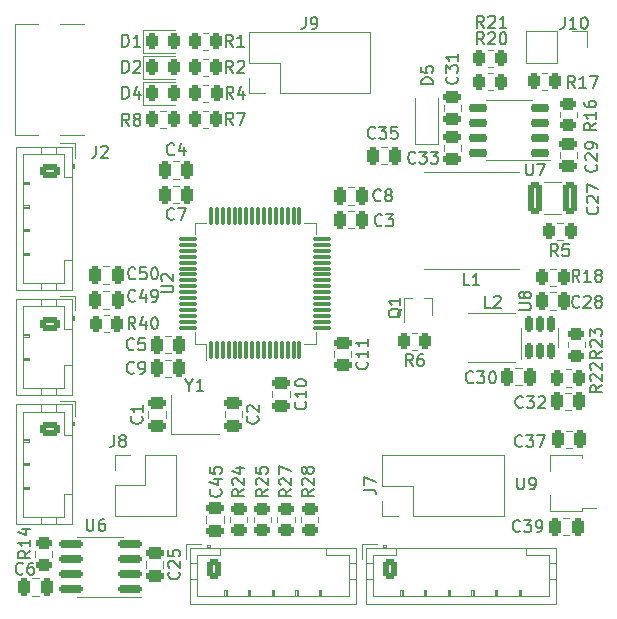
<source format=gto>
G04 #@! TF.GenerationSoftware,KiCad,Pcbnew,(6.0.7-1)-1*
G04 #@! TF.CreationDate,2022-11-25T13:43:26+01:00*
G04 #@! TF.ProjectId,ESC-logic,4553432d-6c6f-4676-9963-2e6b69636164,rev?*
G04 #@! TF.SameCoordinates,Original*
G04 #@! TF.FileFunction,Legend,Top*
G04 #@! TF.FilePolarity,Positive*
%FSLAX46Y46*%
G04 Gerber Fmt 4.6, Leading zero omitted, Abs format (unit mm)*
G04 Created by KiCad (PCBNEW (6.0.7-1)-1) date 2022-11-25 13:43:26*
%MOMM*%
%LPD*%
G01*
G04 APERTURE LIST*
G04 Aperture macros list*
%AMRoundRect*
0 Rectangle with rounded corners*
0 $1 Rounding radius*
0 $2 $3 $4 $5 $6 $7 $8 $9 X,Y pos of 4 corners*
0 Add a 4 corners polygon primitive as box body*
4,1,4,$2,$3,$4,$5,$6,$7,$8,$9,$2,$3,0*
0 Add four circle primitives for the rounded corners*
1,1,$1+$1,$2,$3*
1,1,$1+$1,$4,$5*
1,1,$1+$1,$6,$7*
1,1,$1+$1,$8,$9*
0 Add four rect primitives between the rounded corners*
20,1,$1+$1,$2,$3,$4,$5,0*
20,1,$1+$1,$4,$5,$6,$7,0*
20,1,$1+$1,$6,$7,$8,$9,0*
20,1,$1+$1,$8,$9,$2,$3,0*%
%AMFreePoly0*
4,1,9,3.862500,-0.866500,0.737500,-0.866500,0.737500,-0.450000,-0.737500,-0.450000,-0.737500,0.450000,0.737500,0.450000,0.737500,0.866500,3.862500,0.866500,3.862500,-0.866500,3.862500,-0.866500,$1*%
G04 Aperture macros list end*
%ADD10C,0.150000*%
%ADD11C,0.120000*%
%ADD12RoundRect,0.075000X0.075000X-0.700000X0.075000X0.700000X-0.075000X0.700000X-0.075000X-0.700000X0*%
%ADD13RoundRect,0.075000X0.700000X-0.075000X0.700000X0.075000X-0.700000X0.075000X-0.700000X-0.075000X0*%
%ADD14RoundRect,0.250000X0.262500X0.450000X-0.262500X0.450000X-0.262500X-0.450000X0.262500X-0.450000X0*%
%ADD15RoundRect,0.250000X-0.475000X0.250000X-0.475000X-0.250000X0.475000X-0.250000X0.475000X0.250000X0*%
%ADD16RoundRect,0.250000X0.475000X-0.250000X0.475000X0.250000X-0.475000X0.250000X-0.475000X-0.250000X0*%
%ADD17RoundRect,0.250000X-0.262500X-0.450000X0.262500X-0.450000X0.262500X0.450000X-0.262500X0.450000X0*%
%ADD18RoundRect,0.250000X0.450000X-0.262500X0.450000X0.262500X-0.450000X0.262500X-0.450000X-0.262500X0*%
%ADD19RoundRect,0.150000X0.150000X-0.512500X0.150000X0.512500X-0.150000X0.512500X-0.150000X-0.512500X0*%
%ADD20RoundRect,0.250000X-0.625000X0.350000X-0.625000X-0.350000X0.625000X-0.350000X0.625000X0.350000X0*%
%ADD21O,1.750000X1.200000*%
%ADD22RoundRect,0.250000X0.250000X0.475000X-0.250000X0.475000X-0.250000X-0.475000X0.250000X-0.475000X0*%
%ADD23R,1.700000X1.700000*%
%ADD24O,1.700000X1.700000*%
%ADD25RoundRect,0.243750X-0.243750X-0.456250X0.243750X-0.456250X0.243750X0.456250X-0.243750X0.456250X0*%
%ADD26RoundRect,0.150000X0.650000X0.150000X-0.650000X0.150000X-0.650000X-0.150000X0.650000X-0.150000X0*%
%ADD27R,2.410000X3.100000*%
%ADD28RoundRect,0.250000X-0.250000X-0.475000X0.250000X-0.475000X0.250000X0.475000X-0.250000X0.475000X0*%
%ADD29R,1.800000X7.500000*%
%ADD30R,1.300000X0.900000*%
%ADD31FreePoly0,180.000000*%
%ADD32R,1.200000X3.700000*%
%ADD33R,1.200000X0.900000*%
%ADD34RoundRect,0.250000X-0.350000X-0.625000X0.350000X-0.625000X0.350000X0.625000X-0.350000X0.625000X0*%
%ADD35O,1.200000X1.750000*%
%ADD36R,1.400000X1.200000*%
%ADD37RoundRect,0.150000X0.825000X0.150000X-0.825000X0.150000X-0.825000X-0.150000X0.825000X-0.150000X0*%
%ADD38R,0.450000X0.700000*%
%ADD39RoundRect,0.250000X0.325000X1.100000X-0.325000X1.100000X-0.325000X-1.100000X0.325000X-1.100000X0*%
%ADD40C,0.650000*%
%ADD41R,1.450000X0.600000*%
%ADD42R,1.450000X0.300000*%
%ADD43O,1.600000X1.000000*%
%ADD44O,2.100000X1.000000*%
G04 APERTURE END LIST*
D10*
X110452380Y-91561904D02*
X111261904Y-91561904D01*
X111357142Y-91514285D01*
X111404761Y-91466666D01*
X111452380Y-91371428D01*
X111452380Y-91180952D01*
X111404761Y-91085714D01*
X111357142Y-91038095D01*
X111261904Y-90990476D01*
X110452380Y-90990476D01*
X110547619Y-90561904D02*
X110500000Y-90514285D01*
X110452380Y-90419047D01*
X110452380Y-90180952D01*
X110500000Y-90085714D01*
X110547619Y-90038095D01*
X110642857Y-89990476D01*
X110738095Y-89990476D01*
X110880952Y-90038095D01*
X111452380Y-90609523D01*
X111452380Y-89990476D01*
X116545833Y-75152380D02*
X116212500Y-74676190D01*
X115974404Y-75152380D02*
X115974404Y-74152380D01*
X116355357Y-74152380D01*
X116450595Y-74200000D01*
X116498214Y-74247619D01*
X116545833Y-74342857D01*
X116545833Y-74485714D01*
X116498214Y-74580952D01*
X116450595Y-74628571D01*
X116355357Y-74676190D01*
X115974404Y-74676190D01*
X117402976Y-74485714D02*
X117402976Y-75152380D01*
X117164880Y-74104761D02*
X116926785Y-74819047D01*
X117545833Y-74819047D01*
X127837142Y-97442857D02*
X127884761Y-97490476D01*
X127932380Y-97633333D01*
X127932380Y-97728571D01*
X127884761Y-97871428D01*
X127789523Y-97966666D01*
X127694285Y-98014285D01*
X127503809Y-98061904D01*
X127360952Y-98061904D01*
X127170476Y-98014285D01*
X127075238Y-97966666D01*
X126980000Y-97871428D01*
X126932380Y-97728571D01*
X126932380Y-97633333D01*
X126980000Y-97490476D01*
X127027619Y-97442857D01*
X127932380Y-96490476D02*
X127932380Y-97061904D01*
X127932380Y-96776190D02*
X126932380Y-96776190D01*
X127075238Y-96871428D01*
X127170476Y-96966666D01*
X127218095Y-97061904D01*
X127932380Y-95538095D02*
X127932380Y-96109523D01*
X127932380Y-95823809D02*
X126932380Y-95823809D01*
X127075238Y-95919047D01*
X127170476Y-96014285D01*
X127218095Y-96109523D01*
X115457142Y-108242857D02*
X115504761Y-108290476D01*
X115552380Y-108433333D01*
X115552380Y-108528571D01*
X115504761Y-108671428D01*
X115409523Y-108766666D01*
X115314285Y-108814285D01*
X115123809Y-108861904D01*
X114980952Y-108861904D01*
X114790476Y-108814285D01*
X114695238Y-108766666D01*
X114600000Y-108671428D01*
X114552380Y-108528571D01*
X114552380Y-108433333D01*
X114600000Y-108290476D01*
X114647619Y-108242857D01*
X114885714Y-107385714D02*
X115552380Y-107385714D01*
X114504761Y-107623809D02*
X115219047Y-107861904D01*
X115219047Y-107242857D01*
X114552380Y-106385714D02*
X114552380Y-106861904D01*
X115028571Y-106909523D01*
X114980952Y-106861904D01*
X114933333Y-106766666D01*
X114933333Y-106528571D01*
X114980952Y-106433333D01*
X115028571Y-106385714D01*
X115123809Y-106338095D01*
X115361904Y-106338095D01*
X115457142Y-106385714D01*
X115504761Y-106433333D01*
X115552380Y-106528571D01*
X115552380Y-106766666D01*
X115504761Y-106861904D01*
X115457142Y-106909523D01*
X147752380Y-99442857D02*
X147276190Y-99776190D01*
X147752380Y-100014285D02*
X146752380Y-100014285D01*
X146752380Y-99633333D01*
X146800000Y-99538095D01*
X146847619Y-99490476D01*
X146942857Y-99442857D01*
X147085714Y-99442857D01*
X147180952Y-99490476D01*
X147228571Y-99538095D01*
X147276190Y-99633333D01*
X147276190Y-100014285D01*
X146847619Y-99061904D02*
X146800000Y-99014285D01*
X146752380Y-98919047D01*
X146752380Y-98680952D01*
X146800000Y-98585714D01*
X146847619Y-98538095D01*
X146942857Y-98490476D01*
X147038095Y-98490476D01*
X147180952Y-98538095D01*
X147752380Y-99109523D01*
X147752380Y-98490476D01*
X146847619Y-98109523D02*
X146800000Y-98061904D01*
X146752380Y-97966666D01*
X146752380Y-97728571D01*
X146800000Y-97633333D01*
X146847619Y-97585714D01*
X146942857Y-97538095D01*
X147038095Y-97538095D01*
X147180952Y-97585714D01*
X147752380Y-98157142D01*
X147752380Y-97538095D01*
X99352380Y-113442857D02*
X98876190Y-113776190D01*
X99352380Y-114014285D02*
X98352380Y-114014285D01*
X98352380Y-113633333D01*
X98400000Y-113538095D01*
X98447619Y-113490476D01*
X98542857Y-113442857D01*
X98685714Y-113442857D01*
X98780952Y-113490476D01*
X98828571Y-113538095D01*
X98876190Y-113633333D01*
X98876190Y-114014285D01*
X99352380Y-112490476D02*
X99352380Y-113061904D01*
X99352380Y-112776190D02*
X98352380Y-112776190D01*
X98495238Y-112871428D01*
X98590476Y-112966666D01*
X98638095Y-113061904D01*
X98685714Y-111633333D02*
X99352380Y-111633333D01*
X98304761Y-111871428D02*
X99019047Y-112109523D01*
X99019047Y-111490476D01*
X145457142Y-74252380D02*
X145123809Y-73776190D01*
X144885714Y-74252380D02*
X144885714Y-73252380D01*
X145266666Y-73252380D01*
X145361904Y-73300000D01*
X145409523Y-73347619D01*
X145457142Y-73442857D01*
X145457142Y-73585714D01*
X145409523Y-73680952D01*
X145361904Y-73728571D01*
X145266666Y-73776190D01*
X144885714Y-73776190D01*
X146409523Y-74252380D02*
X145838095Y-74252380D01*
X146123809Y-74252380D02*
X146123809Y-73252380D01*
X146028571Y-73395238D01*
X145933333Y-73490476D01*
X145838095Y-73538095D01*
X146742857Y-73252380D02*
X147409523Y-73252380D01*
X146980952Y-74252380D01*
X118587142Y-102056666D02*
X118634761Y-102104285D01*
X118682380Y-102247142D01*
X118682380Y-102342380D01*
X118634761Y-102485238D01*
X118539523Y-102580476D01*
X118444285Y-102628095D01*
X118253809Y-102675714D01*
X118110952Y-102675714D01*
X117920476Y-102628095D01*
X117825238Y-102580476D01*
X117730000Y-102485238D01*
X117682380Y-102342380D01*
X117682380Y-102247142D01*
X117730000Y-102104285D01*
X117777619Y-102056666D01*
X117777619Y-101675714D02*
X117730000Y-101628095D01*
X117682380Y-101532857D01*
X117682380Y-101294761D01*
X117730000Y-101199523D01*
X117777619Y-101151904D01*
X117872857Y-101104285D01*
X117968095Y-101104285D01*
X118110952Y-101151904D01*
X118682380Y-101723333D01*
X118682380Y-101104285D01*
X140752380Y-93061904D02*
X141561904Y-93061904D01*
X141657142Y-93014285D01*
X141704761Y-92966666D01*
X141752380Y-92871428D01*
X141752380Y-92680952D01*
X141704761Y-92585714D01*
X141657142Y-92538095D01*
X141561904Y-92490476D01*
X140752380Y-92490476D01*
X141180952Y-91871428D02*
X141133333Y-91966666D01*
X141085714Y-92014285D01*
X140990476Y-92061904D01*
X140942857Y-92061904D01*
X140847619Y-92014285D01*
X140800000Y-91966666D01*
X140752380Y-91871428D01*
X140752380Y-91680952D01*
X140800000Y-91585714D01*
X140847619Y-91538095D01*
X140942857Y-91490476D01*
X140990476Y-91490476D01*
X141085714Y-91538095D01*
X141133333Y-91585714D01*
X141180952Y-91680952D01*
X141180952Y-91871428D01*
X141228571Y-91966666D01*
X141276190Y-92014285D01*
X141371428Y-92061904D01*
X141561904Y-92061904D01*
X141657142Y-92014285D01*
X141704761Y-91966666D01*
X141752380Y-91871428D01*
X141752380Y-91680952D01*
X141704761Y-91585714D01*
X141657142Y-91538095D01*
X141561904Y-91490476D01*
X141371428Y-91490476D01*
X141276190Y-91538095D01*
X141228571Y-91585714D01*
X141180952Y-91680952D01*
X121452380Y-108242857D02*
X120976190Y-108576190D01*
X121452380Y-108814285D02*
X120452380Y-108814285D01*
X120452380Y-108433333D01*
X120500000Y-108338095D01*
X120547619Y-108290476D01*
X120642857Y-108242857D01*
X120785714Y-108242857D01*
X120880952Y-108290476D01*
X120928571Y-108338095D01*
X120976190Y-108433333D01*
X120976190Y-108814285D01*
X120547619Y-107861904D02*
X120500000Y-107814285D01*
X120452380Y-107719047D01*
X120452380Y-107480952D01*
X120500000Y-107385714D01*
X120547619Y-107338095D01*
X120642857Y-107290476D01*
X120738095Y-107290476D01*
X120880952Y-107338095D01*
X121452380Y-107909523D01*
X121452380Y-107290476D01*
X120452380Y-106957142D02*
X120452380Y-106290476D01*
X121452380Y-106719047D01*
X140807142Y-111757142D02*
X140759523Y-111804761D01*
X140616666Y-111852380D01*
X140521428Y-111852380D01*
X140378571Y-111804761D01*
X140283333Y-111709523D01*
X140235714Y-111614285D01*
X140188095Y-111423809D01*
X140188095Y-111280952D01*
X140235714Y-111090476D01*
X140283333Y-110995238D01*
X140378571Y-110900000D01*
X140521428Y-110852380D01*
X140616666Y-110852380D01*
X140759523Y-110900000D01*
X140807142Y-110947619D01*
X141140476Y-110852380D02*
X141759523Y-110852380D01*
X141426190Y-111233333D01*
X141569047Y-111233333D01*
X141664285Y-111280952D01*
X141711904Y-111328571D01*
X141759523Y-111423809D01*
X141759523Y-111661904D01*
X141711904Y-111757142D01*
X141664285Y-111804761D01*
X141569047Y-111852380D01*
X141283333Y-111852380D01*
X141188095Y-111804761D01*
X141140476Y-111757142D01*
X142235714Y-111852380D02*
X142426190Y-111852380D01*
X142521428Y-111804761D01*
X142569047Y-111757142D01*
X142664285Y-111614285D01*
X142711904Y-111423809D01*
X142711904Y-111042857D01*
X142664285Y-110947619D01*
X142616666Y-110900000D01*
X142521428Y-110852380D01*
X142330952Y-110852380D01*
X142235714Y-110900000D01*
X142188095Y-110947619D01*
X142140476Y-111042857D01*
X142140476Y-111280952D01*
X142188095Y-111376190D01*
X142235714Y-111423809D01*
X142330952Y-111471428D01*
X142521428Y-111471428D01*
X142616666Y-111423809D01*
X142664285Y-111376190D01*
X142711904Y-111280952D01*
X116520833Y-70752380D02*
X116187500Y-70276190D01*
X115949404Y-70752380D02*
X115949404Y-69752380D01*
X116330357Y-69752380D01*
X116425595Y-69800000D01*
X116473214Y-69847619D01*
X116520833Y-69942857D01*
X116520833Y-70085714D01*
X116473214Y-70180952D01*
X116425595Y-70228571D01*
X116330357Y-70276190D01*
X115949404Y-70276190D01*
X117473214Y-70752380D02*
X116901785Y-70752380D01*
X117187500Y-70752380D02*
X117187500Y-69752380D01*
X117092261Y-69895238D01*
X116997023Y-69990476D01*
X116901785Y-70038095D01*
X106461666Y-103647380D02*
X106461666Y-104361666D01*
X106414047Y-104504523D01*
X106318809Y-104599761D01*
X106175952Y-104647380D01*
X106080714Y-104647380D01*
X107080714Y-104075952D02*
X106985476Y-104028333D01*
X106937857Y-103980714D01*
X106890238Y-103885476D01*
X106890238Y-103837857D01*
X106937857Y-103742619D01*
X106985476Y-103695000D01*
X107080714Y-103647380D01*
X107271190Y-103647380D01*
X107366428Y-103695000D01*
X107414047Y-103742619D01*
X107461666Y-103837857D01*
X107461666Y-103885476D01*
X107414047Y-103980714D01*
X107366428Y-104028333D01*
X107271190Y-104075952D01*
X107080714Y-104075952D01*
X106985476Y-104123571D01*
X106937857Y-104171190D01*
X106890238Y-104266428D01*
X106890238Y-104456904D01*
X106937857Y-104552142D01*
X106985476Y-104599761D01*
X107080714Y-104647380D01*
X107271190Y-104647380D01*
X107366428Y-104599761D01*
X107414047Y-104552142D01*
X107461666Y-104456904D01*
X107461666Y-104266428D01*
X107414047Y-104171190D01*
X107366428Y-104123571D01*
X107271190Y-104075952D01*
X107733333Y-77452380D02*
X107400000Y-76976190D01*
X107161904Y-77452380D02*
X107161904Y-76452380D01*
X107542857Y-76452380D01*
X107638095Y-76500000D01*
X107685714Y-76547619D01*
X107733333Y-76642857D01*
X107733333Y-76785714D01*
X107685714Y-76880952D01*
X107638095Y-76928571D01*
X107542857Y-76976190D01*
X107161904Y-76976190D01*
X108304761Y-76880952D02*
X108209523Y-76833333D01*
X108161904Y-76785714D01*
X108114285Y-76690476D01*
X108114285Y-76642857D01*
X108161904Y-76547619D01*
X108209523Y-76500000D01*
X108304761Y-76452380D01*
X108495238Y-76452380D01*
X108590476Y-76500000D01*
X108638095Y-76547619D01*
X108685714Y-76642857D01*
X108685714Y-76690476D01*
X108638095Y-76785714D01*
X108590476Y-76833333D01*
X108495238Y-76880952D01*
X108304761Y-76880952D01*
X108209523Y-76928571D01*
X108161904Y-76976190D01*
X108114285Y-77071428D01*
X108114285Y-77261904D01*
X108161904Y-77357142D01*
X108209523Y-77404761D01*
X108304761Y-77452380D01*
X108495238Y-77452380D01*
X108590476Y-77404761D01*
X108638095Y-77357142D01*
X108685714Y-77261904D01*
X108685714Y-77071428D01*
X108638095Y-76976190D01*
X108590476Y-76928571D01*
X108495238Y-76880952D01*
X107161904Y-75152380D02*
X107161904Y-74152380D01*
X107400000Y-74152380D01*
X107542857Y-74200000D01*
X107638095Y-74295238D01*
X107685714Y-74390476D01*
X107733333Y-74580952D01*
X107733333Y-74723809D01*
X107685714Y-74914285D01*
X107638095Y-75009523D01*
X107542857Y-75104761D01*
X107400000Y-75152380D01*
X107161904Y-75152380D01*
X108590476Y-74485714D02*
X108590476Y-75152380D01*
X108352380Y-74104761D02*
X108114285Y-74819047D01*
X108733333Y-74819047D01*
X141338095Y-80652380D02*
X141338095Y-81461904D01*
X141385714Y-81557142D01*
X141433333Y-81604761D01*
X141528571Y-81652380D01*
X141719047Y-81652380D01*
X141814285Y-81604761D01*
X141861904Y-81557142D01*
X141909523Y-81461904D01*
X141909523Y-80652380D01*
X142290476Y-80652380D02*
X142957142Y-80652380D01*
X142528571Y-81652380D01*
X119452380Y-108242857D02*
X118976190Y-108576190D01*
X119452380Y-108814285D02*
X118452380Y-108814285D01*
X118452380Y-108433333D01*
X118500000Y-108338095D01*
X118547619Y-108290476D01*
X118642857Y-108242857D01*
X118785714Y-108242857D01*
X118880952Y-108290476D01*
X118928571Y-108338095D01*
X118976190Y-108433333D01*
X118976190Y-108814285D01*
X118547619Y-107861904D02*
X118500000Y-107814285D01*
X118452380Y-107719047D01*
X118452380Y-107480952D01*
X118500000Y-107385714D01*
X118547619Y-107338095D01*
X118642857Y-107290476D01*
X118738095Y-107290476D01*
X118880952Y-107338095D01*
X119452380Y-107909523D01*
X119452380Y-107290476D01*
X118452380Y-106385714D02*
X118452380Y-106861904D01*
X118928571Y-106909523D01*
X118880952Y-106861904D01*
X118833333Y-106766666D01*
X118833333Y-106528571D01*
X118880952Y-106433333D01*
X118928571Y-106385714D01*
X119023809Y-106338095D01*
X119261904Y-106338095D01*
X119357142Y-106385714D01*
X119404761Y-106433333D01*
X119452380Y-106528571D01*
X119452380Y-106766666D01*
X119404761Y-106861904D01*
X119357142Y-106909523D01*
X129033333Y-83757142D02*
X128985714Y-83804761D01*
X128842857Y-83852380D01*
X128747619Y-83852380D01*
X128604761Y-83804761D01*
X128509523Y-83709523D01*
X128461904Y-83614285D01*
X128414285Y-83423809D01*
X128414285Y-83280952D01*
X128461904Y-83090476D01*
X128509523Y-82995238D01*
X128604761Y-82900000D01*
X128747619Y-82852380D01*
X128842857Y-82852380D01*
X128985714Y-82900000D01*
X129033333Y-82947619D01*
X129604761Y-83280952D02*
X129509523Y-83233333D01*
X129461904Y-83185714D01*
X129414285Y-83090476D01*
X129414285Y-83042857D01*
X129461904Y-82947619D01*
X129509523Y-82900000D01*
X129604761Y-82852380D01*
X129795238Y-82852380D01*
X129890476Y-82900000D01*
X129938095Y-82947619D01*
X129985714Y-83042857D01*
X129985714Y-83090476D01*
X129938095Y-83185714D01*
X129890476Y-83233333D01*
X129795238Y-83280952D01*
X129604761Y-83280952D01*
X129509523Y-83328571D01*
X129461904Y-83376190D01*
X129414285Y-83471428D01*
X129414285Y-83661904D01*
X129461904Y-83757142D01*
X129509523Y-83804761D01*
X129604761Y-83852380D01*
X129795238Y-83852380D01*
X129890476Y-83804761D01*
X129938095Y-83757142D01*
X129985714Y-83661904D01*
X129985714Y-83471428D01*
X129938095Y-83376190D01*
X129890476Y-83328571D01*
X129795238Y-83280952D01*
X107149404Y-70752380D02*
X107149404Y-69752380D01*
X107387500Y-69752380D01*
X107530357Y-69800000D01*
X107625595Y-69895238D01*
X107673214Y-69990476D01*
X107720833Y-70180952D01*
X107720833Y-70323809D01*
X107673214Y-70514285D01*
X107625595Y-70609523D01*
X107530357Y-70704761D01*
X107387500Y-70752380D01*
X107149404Y-70752380D01*
X108673214Y-70752380D02*
X108101785Y-70752380D01*
X108387500Y-70752380D02*
X108387500Y-69752380D01*
X108292261Y-69895238D01*
X108197023Y-69990476D01*
X108101785Y-70038095D01*
X108257142Y-92257142D02*
X108209523Y-92304761D01*
X108066666Y-92352380D01*
X107971428Y-92352380D01*
X107828571Y-92304761D01*
X107733333Y-92209523D01*
X107685714Y-92114285D01*
X107638095Y-91923809D01*
X107638095Y-91780952D01*
X107685714Y-91590476D01*
X107733333Y-91495238D01*
X107828571Y-91400000D01*
X107971428Y-91352380D01*
X108066666Y-91352380D01*
X108209523Y-91400000D01*
X108257142Y-91447619D01*
X109114285Y-91685714D02*
X109114285Y-92352380D01*
X108876190Y-91304761D02*
X108638095Y-92019047D01*
X109257142Y-92019047D01*
X109685714Y-92352380D02*
X109876190Y-92352380D01*
X109971428Y-92304761D01*
X110019047Y-92257142D01*
X110114285Y-92114285D01*
X110161904Y-91923809D01*
X110161904Y-91542857D01*
X110114285Y-91447619D01*
X110066666Y-91400000D01*
X109971428Y-91352380D01*
X109780952Y-91352380D01*
X109685714Y-91400000D01*
X109638095Y-91447619D01*
X109590476Y-91542857D01*
X109590476Y-91780952D01*
X109638095Y-91876190D01*
X109685714Y-91923809D01*
X109780952Y-91971428D01*
X109971428Y-91971428D01*
X110066666Y-91923809D01*
X110114285Y-91876190D01*
X110161904Y-91780952D01*
X108257142Y-94652380D02*
X107923809Y-94176190D01*
X107685714Y-94652380D02*
X107685714Y-93652380D01*
X108066666Y-93652380D01*
X108161904Y-93700000D01*
X108209523Y-93747619D01*
X108257142Y-93842857D01*
X108257142Y-93985714D01*
X108209523Y-94080952D01*
X108161904Y-94128571D01*
X108066666Y-94176190D01*
X107685714Y-94176190D01*
X109114285Y-93985714D02*
X109114285Y-94652380D01*
X108876190Y-93604761D02*
X108638095Y-94319047D01*
X109257142Y-94319047D01*
X109828571Y-93652380D02*
X109923809Y-93652380D01*
X110019047Y-93700000D01*
X110066666Y-93747619D01*
X110114285Y-93842857D01*
X110161904Y-94033333D01*
X110161904Y-94271428D01*
X110114285Y-94461904D01*
X110066666Y-94557142D01*
X110019047Y-94604761D01*
X109923809Y-94652380D01*
X109828571Y-94652380D01*
X109733333Y-94604761D01*
X109685714Y-94557142D01*
X109638095Y-94461904D01*
X109590476Y-94271428D01*
X109590476Y-94033333D01*
X109638095Y-93842857D01*
X109685714Y-93747619D01*
X109733333Y-93700000D01*
X109828571Y-93652380D01*
X136533333Y-90952380D02*
X136057142Y-90952380D01*
X136057142Y-89952380D01*
X137390476Y-90952380D02*
X136819047Y-90952380D01*
X137104761Y-90952380D02*
X137104761Y-89952380D01*
X137009523Y-90095238D01*
X136914285Y-90190476D01*
X136819047Y-90238095D01*
X136857142Y-99157142D02*
X136809523Y-99204761D01*
X136666666Y-99252380D01*
X136571428Y-99252380D01*
X136428571Y-99204761D01*
X136333333Y-99109523D01*
X136285714Y-99014285D01*
X136238095Y-98823809D01*
X136238095Y-98680952D01*
X136285714Y-98490476D01*
X136333333Y-98395238D01*
X136428571Y-98300000D01*
X136571428Y-98252380D01*
X136666666Y-98252380D01*
X136809523Y-98300000D01*
X136857142Y-98347619D01*
X137190476Y-98252380D02*
X137809523Y-98252380D01*
X137476190Y-98633333D01*
X137619047Y-98633333D01*
X137714285Y-98680952D01*
X137761904Y-98728571D01*
X137809523Y-98823809D01*
X137809523Y-99061904D01*
X137761904Y-99157142D01*
X137714285Y-99204761D01*
X137619047Y-99252380D01*
X137333333Y-99252380D01*
X137238095Y-99204761D01*
X137190476Y-99157142D01*
X138428571Y-98252380D02*
X138523809Y-98252380D01*
X138619047Y-98300000D01*
X138666666Y-98347619D01*
X138714285Y-98442857D01*
X138761904Y-98633333D01*
X138761904Y-98871428D01*
X138714285Y-99061904D01*
X138666666Y-99157142D01*
X138619047Y-99204761D01*
X138523809Y-99252380D01*
X138428571Y-99252380D01*
X138333333Y-99204761D01*
X138285714Y-99157142D01*
X138238095Y-99061904D01*
X138190476Y-98871428D01*
X138190476Y-98633333D01*
X138238095Y-98442857D01*
X138285714Y-98347619D01*
X138333333Y-98300000D01*
X138428571Y-98252380D01*
X140588095Y-107252380D02*
X140588095Y-108061904D01*
X140635714Y-108157142D01*
X140683333Y-108204761D01*
X140778571Y-108252380D01*
X140969047Y-108252380D01*
X141064285Y-108204761D01*
X141111904Y-108157142D01*
X141159523Y-108061904D01*
X141159523Y-107252380D01*
X141683333Y-108252380D02*
X141873809Y-108252380D01*
X141969047Y-108204761D01*
X142016666Y-108157142D01*
X142111904Y-108014285D01*
X142159523Y-107823809D01*
X142159523Y-107442857D01*
X142111904Y-107347619D01*
X142064285Y-107300000D01*
X141969047Y-107252380D01*
X141778571Y-107252380D01*
X141683333Y-107300000D01*
X141635714Y-107347619D01*
X141588095Y-107442857D01*
X141588095Y-107680952D01*
X141635714Y-107776190D01*
X141683333Y-107823809D01*
X141778571Y-107871428D01*
X141969047Y-107871428D01*
X142064285Y-107823809D01*
X142111904Y-107776190D01*
X142159523Y-107680952D01*
X135457142Y-73292857D02*
X135504761Y-73340476D01*
X135552380Y-73483333D01*
X135552380Y-73578571D01*
X135504761Y-73721428D01*
X135409523Y-73816666D01*
X135314285Y-73864285D01*
X135123809Y-73911904D01*
X134980952Y-73911904D01*
X134790476Y-73864285D01*
X134695238Y-73816666D01*
X134600000Y-73721428D01*
X134552380Y-73578571D01*
X134552380Y-73483333D01*
X134600000Y-73340476D01*
X134647619Y-73292857D01*
X134552380Y-72959523D02*
X134552380Y-72340476D01*
X134933333Y-72673809D01*
X134933333Y-72530952D01*
X134980952Y-72435714D01*
X135028571Y-72388095D01*
X135123809Y-72340476D01*
X135361904Y-72340476D01*
X135457142Y-72388095D01*
X135504761Y-72435714D01*
X135552380Y-72530952D01*
X135552380Y-72816666D01*
X135504761Y-72911904D01*
X135457142Y-72959523D01*
X135552380Y-71388095D02*
X135552380Y-71959523D01*
X135552380Y-71673809D02*
X134552380Y-71673809D01*
X134695238Y-71769047D01*
X134790476Y-71864285D01*
X134838095Y-71959523D01*
X137757142Y-70552380D02*
X137423809Y-70076190D01*
X137185714Y-70552380D02*
X137185714Y-69552380D01*
X137566666Y-69552380D01*
X137661904Y-69600000D01*
X137709523Y-69647619D01*
X137757142Y-69742857D01*
X137757142Y-69885714D01*
X137709523Y-69980952D01*
X137661904Y-70028571D01*
X137566666Y-70076190D01*
X137185714Y-70076190D01*
X138138095Y-69647619D02*
X138185714Y-69600000D01*
X138280952Y-69552380D01*
X138519047Y-69552380D01*
X138614285Y-69600000D01*
X138661904Y-69647619D01*
X138709523Y-69742857D01*
X138709523Y-69838095D01*
X138661904Y-69980952D01*
X138090476Y-70552380D01*
X138709523Y-70552380D01*
X139328571Y-69552380D02*
X139423809Y-69552380D01*
X139519047Y-69600000D01*
X139566666Y-69647619D01*
X139614285Y-69742857D01*
X139661904Y-69933333D01*
X139661904Y-70171428D01*
X139614285Y-70361904D01*
X139566666Y-70457142D01*
X139519047Y-70504761D01*
X139423809Y-70552380D01*
X139328571Y-70552380D01*
X139233333Y-70504761D01*
X139185714Y-70457142D01*
X139138095Y-70361904D01*
X139090476Y-70171428D01*
X139090476Y-69933333D01*
X139138095Y-69742857D01*
X139185714Y-69647619D01*
X139233333Y-69600000D01*
X139328571Y-69552380D01*
X141007142Y-104557142D02*
X140959523Y-104604761D01*
X140816666Y-104652380D01*
X140721428Y-104652380D01*
X140578571Y-104604761D01*
X140483333Y-104509523D01*
X140435714Y-104414285D01*
X140388095Y-104223809D01*
X140388095Y-104080952D01*
X140435714Y-103890476D01*
X140483333Y-103795238D01*
X140578571Y-103700000D01*
X140721428Y-103652380D01*
X140816666Y-103652380D01*
X140959523Y-103700000D01*
X141007142Y-103747619D01*
X141340476Y-103652380D02*
X141959523Y-103652380D01*
X141626190Y-104033333D01*
X141769047Y-104033333D01*
X141864285Y-104080952D01*
X141911904Y-104128571D01*
X141959523Y-104223809D01*
X141959523Y-104461904D01*
X141911904Y-104557142D01*
X141864285Y-104604761D01*
X141769047Y-104652380D01*
X141483333Y-104652380D01*
X141388095Y-104604761D01*
X141340476Y-104557142D01*
X142292857Y-103652380D02*
X142959523Y-103652380D01*
X142530952Y-104652380D01*
X108133333Y-96357142D02*
X108085714Y-96404761D01*
X107942857Y-96452380D01*
X107847619Y-96452380D01*
X107704761Y-96404761D01*
X107609523Y-96309523D01*
X107561904Y-96214285D01*
X107514285Y-96023809D01*
X107514285Y-95880952D01*
X107561904Y-95690476D01*
X107609523Y-95595238D01*
X107704761Y-95500000D01*
X107847619Y-95452380D01*
X107942857Y-95452380D01*
X108085714Y-95500000D01*
X108133333Y-95547619D01*
X109038095Y-95452380D02*
X108561904Y-95452380D01*
X108514285Y-95928571D01*
X108561904Y-95880952D01*
X108657142Y-95833333D01*
X108895238Y-95833333D01*
X108990476Y-95880952D01*
X109038095Y-95928571D01*
X109085714Y-96023809D01*
X109085714Y-96261904D01*
X109038095Y-96357142D01*
X108990476Y-96404761D01*
X108895238Y-96452380D01*
X108657142Y-96452380D01*
X108561904Y-96404761D01*
X108514285Y-96357142D01*
X145857142Y-92757142D02*
X145809523Y-92804761D01*
X145666666Y-92852380D01*
X145571428Y-92852380D01*
X145428571Y-92804761D01*
X145333333Y-92709523D01*
X145285714Y-92614285D01*
X145238095Y-92423809D01*
X145238095Y-92280952D01*
X145285714Y-92090476D01*
X145333333Y-91995238D01*
X145428571Y-91900000D01*
X145571428Y-91852380D01*
X145666666Y-91852380D01*
X145809523Y-91900000D01*
X145857142Y-91947619D01*
X146238095Y-91947619D02*
X146285714Y-91900000D01*
X146380952Y-91852380D01*
X146619047Y-91852380D01*
X146714285Y-91900000D01*
X146761904Y-91947619D01*
X146809523Y-92042857D01*
X146809523Y-92138095D01*
X146761904Y-92280952D01*
X146190476Y-92852380D01*
X146809523Y-92852380D01*
X147380952Y-92280952D02*
X147285714Y-92233333D01*
X147238095Y-92185714D01*
X147190476Y-92090476D01*
X147190476Y-92042857D01*
X147238095Y-91947619D01*
X147285714Y-91900000D01*
X147380952Y-91852380D01*
X147571428Y-91852380D01*
X147666666Y-91900000D01*
X147714285Y-91947619D01*
X147761904Y-92042857D01*
X147761904Y-92090476D01*
X147714285Y-92185714D01*
X147666666Y-92233333D01*
X147571428Y-92280952D01*
X147380952Y-92280952D01*
X147285714Y-92328571D01*
X147238095Y-92376190D01*
X147190476Y-92471428D01*
X147190476Y-92661904D01*
X147238095Y-92757142D01*
X147285714Y-92804761D01*
X147380952Y-92852380D01*
X147571428Y-92852380D01*
X147666666Y-92804761D01*
X147714285Y-92757142D01*
X147761904Y-92661904D01*
X147761904Y-92471428D01*
X147714285Y-92376190D01*
X147666666Y-92328571D01*
X147571428Y-92280952D01*
X131733333Y-97802380D02*
X131400000Y-97326190D01*
X131161904Y-97802380D02*
X131161904Y-96802380D01*
X131542857Y-96802380D01*
X131638095Y-96850000D01*
X131685714Y-96897619D01*
X131733333Y-96992857D01*
X131733333Y-97135714D01*
X131685714Y-97230952D01*
X131638095Y-97278571D01*
X131542857Y-97326190D01*
X131161904Y-97326190D01*
X132590476Y-96802380D02*
X132400000Y-96802380D01*
X132304761Y-96850000D01*
X132257142Y-96897619D01*
X132161904Y-97040476D01*
X132114285Y-97230952D01*
X132114285Y-97611904D01*
X132161904Y-97707142D01*
X132209523Y-97754761D01*
X132304761Y-97802380D01*
X132495238Y-97802380D01*
X132590476Y-97754761D01*
X132638095Y-97707142D01*
X132685714Y-97611904D01*
X132685714Y-97373809D01*
X132638095Y-97278571D01*
X132590476Y-97230952D01*
X132495238Y-97183333D01*
X132304761Y-97183333D01*
X132209523Y-97230952D01*
X132161904Y-97278571D01*
X132114285Y-97373809D01*
X117452380Y-108242857D02*
X116976190Y-108576190D01*
X117452380Y-108814285D02*
X116452380Y-108814285D01*
X116452380Y-108433333D01*
X116500000Y-108338095D01*
X116547619Y-108290476D01*
X116642857Y-108242857D01*
X116785714Y-108242857D01*
X116880952Y-108290476D01*
X116928571Y-108338095D01*
X116976190Y-108433333D01*
X116976190Y-108814285D01*
X116547619Y-107861904D02*
X116500000Y-107814285D01*
X116452380Y-107719047D01*
X116452380Y-107480952D01*
X116500000Y-107385714D01*
X116547619Y-107338095D01*
X116642857Y-107290476D01*
X116738095Y-107290476D01*
X116880952Y-107338095D01*
X117452380Y-107909523D01*
X117452380Y-107290476D01*
X116785714Y-106433333D02*
X117452380Y-106433333D01*
X116404761Y-106671428D02*
X117119047Y-106909523D01*
X117119047Y-106290476D01*
X137757142Y-69152380D02*
X137423809Y-68676190D01*
X137185714Y-69152380D02*
X137185714Y-68152380D01*
X137566666Y-68152380D01*
X137661904Y-68200000D01*
X137709523Y-68247619D01*
X137757142Y-68342857D01*
X137757142Y-68485714D01*
X137709523Y-68580952D01*
X137661904Y-68628571D01*
X137566666Y-68676190D01*
X137185714Y-68676190D01*
X138138095Y-68247619D02*
X138185714Y-68200000D01*
X138280952Y-68152380D01*
X138519047Y-68152380D01*
X138614285Y-68200000D01*
X138661904Y-68247619D01*
X138709523Y-68342857D01*
X138709523Y-68438095D01*
X138661904Y-68580952D01*
X138090476Y-69152380D01*
X138709523Y-69152380D01*
X139661904Y-69152380D02*
X139090476Y-69152380D01*
X139376190Y-69152380D02*
X139376190Y-68152380D01*
X139280952Y-68295238D01*
X139185714Y-68390476D01*
X139090476Y-68438095D01*
X123352380Y-108242857D02*
X122876190Y-108576190D01*
X123352380Y-108814285D02*
X122352380Y-108814285D01*
X122352380Y-108433333D01*
X122400000Y-108338095D01*
X122447619Y-108290476D01*
X122542857Y-108242857D01*
X122685714Y-108242857D01*
X122780952Y-108290476D01*
X122828571Y-108338095D01*
X122876190Y-108433333D01*
X122876190Y-108814285D01*
X122447619Y-107861904D02*
X122400000Y-107814285D01*
X122352380Y-107719047D01*
X122352380Y-107480952D01*
X122400000Y-107385714D01*
X122447619Y-107338095D01*
X122542857Y-107290476D01*
X122638095Y-107290476D01*
X122780952Y-107338095D01*
X123352380Y-107909523D01*
X123352380Y-107290476D01*
X122780952Y-106719047D02*
X122733333Y-106814285D01*
X122685714Y-106861904D01*
X122590476Y-106909523D01*
X122542857Y-106909523D01*
X122447619Y-106861904D01*
X122400000Y-106814285D01*
X122352380Y-106719047D01*
X122352380Y-106528571D01*
X122400000Y-106433333D01*
X122447619Y-106385714D01*
X122542857Y-106338095D01*
X122590476Y-106338095D01*
X122685714Y-106385714D01*
X122733333Y-106433333D01*
X122780952Y-106528571D01*
X122780952Y-106719047D01*
X122828571Y-106814285D01*
X122876190Y-106861904D01*
X122971428Y-106909523D01*
X123161904Y-106909523D01*
X123257142Y-106861904D01*
X123304761Y-106814285D01*
X123352380Y-106719047D01*
X123352380Y-106528571D01*
X123304761Y-106433333D01*
X123257142Y-106385714D01*
X123161904Y-106338095D01*
X122971428Y-106338095D01*
X122876190Y-106385714D01*
X122828571Y-106433333D01*
X122780952Y-106528571D01*
X147257142Y-80742857D02*
X147304761Y-80790476D01*
X147352380Y-80933333D01*
X147352380Y-81028571D01*
X147304761Y-81171428D01*
X147209523Y-81266666D01*
X147114285Y-81314285D01*
X146923809Y-81361904D01*
X146780952Y-81361904D01*
X146590476Y-81314285D01*
X146495238Y-81266666D01*
X146400000Y-81171428D01*
X146352380Y-81028571D01*
X146352380Y-80933333D01*
X146400000Y-80790476D01*
X146447619Y-80742857D01*
X146447619Y-80361904D02*
X146400000Y-80314285D01*
X146352380Y-80219047D01*
X146352380Y-79980952D01*
X146400000Y-79885714D01*
X146447619Y-79838095D01*
X146542857Y-79790476D01*
X146638095Y-79790476D01*
X146780952Y-79838095D01*
X147352380Y-80409523D01*
X147352380Y-79790476D01*
X147352380Y-79314285D02*
X147352380Y-79123809D01*
X147304761Y-79028571D01*
X147257142Y-78980952D01*
X147114285Y-78885714D01*
X146923809Y-78838095D01*
X146542857Y-78838095D01*
X146447619Y-78885714D01*
X146400000Y-78933333D01*
X146352380Y-79028571D01*
X146352380Y-79219047D01*
X146400000Y-79314285D01*
X146447619Y-79361904D01*
X146542857Y-79409523D01*
X146780952Y-79409523D01*
X146876190Y-79361904D01*
X146923809Y-79314285D01*
X146971428Y-79219047D01*
X146971428Y-79028571D01*
X146923809Y-78933333D01*
X146876190Y-78885714D01*
X146780952Y-78838095D01*
X138333333Y-92852380D02*
X137857142Y-92852380D01*
X137857142Y-91852380D01*
X138619047Y-91947619D02*
X138666666Y-91900000D01*
X138761904Y-91852380D01*
X139000000Y-91852380D01*
X139095238Y-91900000D01*
X139142857Y-91947619D01*
X139190476Y-92042857D01*
X139190476Y-92138095D01*
X139142857Y-92280952D01*
X138571428Y-92852380D01*
X139190476Y-92852380D01*
X107151904Y-72957380D02*
X107151904Y-71957380D01*
X107390000Y-71957380D01*
X107532857Y-72005000D01*
X107628095Y-72100238D01*
X107675714Y-72195476D01*
X107723333Y-72385952D01*
X107723333Y-72528809D01*
X107675714Y-72719285D01*
X107628095Y-72814523D01*
X107532857Y-72909761D01*
X107390000Y-72957380D01*
X107151904Y-72957380D01*
X108104285Y-72052619D02*
X108151904Y-72005000D01*
X108247142Y-71957380D01*
X108485238Y-71957380D01*
X108580476Y-72005000D01*
X108628095Y-72052619D01*
X108675714Y-72147857D01*
X108675714Y-72243095D01*
X108628095Y-72385952D01*
X108056666Y-72957380D01*
X108675714Y-72957380D01*
X111937142Y-115242857D02*
X111984761Y-115290476D01*
X112032380Y-115433333D01*
X112032380Y-115528571D01*
X111984761Y-115671428D01*
X111889523Y-115766666D01*
X111794285Y-115814285D01*
X111603809Y-115861904D01*
X111460952Y-115861904D01*
X111270476Y-115814285D01*
X111175238Y-115766666D01*
X111080000Y-115671428D01*
X111032380Y-115528571D01*
X111032380Y-115433333D01*
X111080000Y-115290476D01*
X111127619Y-115242857D01*
X111127619Y-114861904D02*
X111080000Y-114814285D01*
X111032380Y-114719047D01*
X111032380Y-114480952D01*
X111080000Y-114385714D01*
X111127619Y-114338095D01*
X111222857Y-114290476D01*
X111318095Y-114290476D01*
X111460952Y-114338095D01*
X112032380Y-114909523D01*
X112032380Y-114290476D01*
X111032380Y-113385714D02*
X111032380Y-113861904D01*
X111508571Y-113909523D01*
X111460952Y-113861904D01*
X111413333Y-113766666D01*
X111413333Y-113528571D01*
X111460952Y-113433333D01*
X111508571Y-113385714D01*
X111603809Y-113338095D01*
X111841904Y-113338095D01*
X111937142Y-113385714D01*
X111984761Y-113433333D01*
X112032380Y-113528571D01*
X112032380Y-113766666D01*
X111984761Y-113861904D01*
X111937142Y-113909523D01*
X133452380Y-73938095D02*
X132452380Y-73938095D01*
X132452380Y-73700000D01*
X132500000Y-73557142D01*
X132595238Y-73461904D01*
X132690476Y-73414285D01*
X132880952Y-73366666D01*
X133023809Y-73366666D01*
X133214285Y-73414285D01*
X133309523Y-73461904D01*
X133404761Y-73557142D01*
X133452380Y-73700000D01*
X133452380Y-73938095D01*
X132452380Y-72461904D02*
X132452380Y-72938095D01*
X132928571Y-72985714D01*
X132880952Y-72938095D01*
X132833333Y-72842857D01*
X132833333Y-72604761D01*
X132880952Y-72509523D01*
X132928571Y-72461904D01*
X133023809Y-72414285D01*
X133261904Y-72414285D01*
X133357142Y-72461904D01*
X133404761Y-72509523D01*
X133452380Y-72604761D01*
X133452380Y-72842857D01*
X133404761Y-72938095D01*
X133357142Y-72985714D01*
X112823809Y-99426190D02*
X112823809Y-99902380D01*
X112490476Y-98902380D02*
X112823809Y-99426190D01*
X113157142Y-98902380D01*
X114014285Y-99902380D02*
X113442857Y-99902380D01*
X113728571Y-99902380D02*
X113728571Y-98902380D01*
X113633333Y-99045238D01*
X113538095Y-99140476D01*
X113442857Y-99188095D01*
X145857142Y-90652380D02*
X145523809Y-90176190D01*
X145285714Y-90652380D02*
X145285714Y-89652380D01*
X145666666Y-89652380D01*
X145761904Y-89700000D01*
X145809523Y-89747619D01*
X145857142Y-89842857D01*
X145857142Y-89985714D01*
X145809523Y-90080952D01*
X145761904Y-90128571D01*
X145666666Y-90176190D01*
X145285714Y-90176190D01*
X146809523Y-90652380D02*
X146238095Y-90652380D01*
X146523809Y-90652380D02*
X146523809Y-89652380D01*
X146428571Y-89795238D01*
X146333333Y-89890476D01*
X146238095Y-89938095D01*
X147380952Y-90080952D02*
X147285714Y-90033333D01*
X147238095Y-89985714D01*
X147190476Y-89890476D01*
X147190476Y-89842857D01*
X147238095Y-89747619D01*
X147285714Y-89700000D01*
X147380952Y-89652380D01*
X147571428Y-89652380D01*
X147666666Y-89700000D01*
X147714285Y-89747619D01*
X147761904Y-89842857D01*
X147761904Y-89890476D01*
X147714285Y-89985714D01*
X147666666Y-90033333D01*
X147571428Y-90080952D01*
X147380952Y-90080952D01*
X147285714Y-90128571D01*
X147238095Y-90176190D01*
X147190476Y-90271428D01*
X147190476Y-90461904D01*
X147238095Y-90557142D01*
X147285714Y-90604761D01*
X147380952Y-90652380D01*
X147571428Y-90652380D01*
X147666666Y-90604761D01*
X147714285Y-90557142D01*
X147761904Y-90461904D01*
X147761904Y-90271428D01*
X147714285Y-90176190D01*
X147666666Y-90128571D01*
X147571428Y-90080952D01*
X122666666Y-68252380D02*
X122666666Y-68966666D01*
X122619047Y-69109523D01*
X122523809Y-69204761D01*
X122380952Y-69252380D01*
X122285714Y-69252380D01*
X123190476Y-69252380D02*
X123380952Y-69252380D01*
X123476190Y-69204761D01*
X123523809Y-69157142D01*
X123619047Y-69014285D01*
X123666666Y-68823809D01*
X123666666Y-68442857D01*
X123619047Y-68347619D01*
X123571428Y-68300000D01*
X123476190Y-68252380D01*
X123285714Y-68252380D01*
X123190476Y-68300000D01*
X123142857Y-68347619D01*
X123095238Y-68442857D01*
X123095238Y-68680952D01*
X123142857Y-68776190D01*
X123190476Y-68823809D01*
X123285714Y-68871428D01*
X123476190Y-68871428D01*
X123571428Y-68823809D01*
X123619047Y-68776190D01*
X123666666Y-68680952D01*
X104138095Y-110752380D02*
X104138095Y-111561904D01*
X104185714Y-111657142D01*
X104233333Y-111704761D01*
X104328571Y-111752380D01*
X104519047Y-111752380D01*
X104614285Y-111704761D01*
X104661904Y-111657142D01*
X104709523Y-111561904D01*
X104709523Y-110752380D01*
X105614285Y-110752380D02*
X105423809Y-110752380D01*
X105328571Y-110800000D01*
X105280952Y-110847619D01*
X105185714Y-110990476D01*
X105138095Y-111180952D01*
X105138095Y-111561904D01*
X105185714Y-111657142D01*
X105233333Y-111704761D01*
X105328571Y-111752380D01*
X105519047Y-111752380D01*
X105614285Y-111704761D01*
X105661904Y-111657142D01*
X105709523Y-111561904D01*
X105709523Y-111323809D01*
X105661904Y-111228571D01*
X105614285Y-111180952D01*
X105519047Y-111133333D01*
X105328571Y-111133333D01*
X105233333Y-111180952D01*
X105185714Y-111228571D01*
X105138095Y-111323809D01*
X130797619Y-92945238D02*
X130750000Y-93040476D01*
X130654761Y-93135714D01*
X130511904Y-93278571D01*
X130464285Y-93373809D01*
X130464285Y-93469047D01*
X130702380Y-93421428D02*
X130654761Y-93516666D01*
X130559523Y-93611904D01*
X130369047Y-93659523D01*
X130035714Y-93659523D01*
X129845238Y-93611904D01*
X129750000Y-93516666D01*
X129702380Y-93421428D01*
X129702380Y-93230952D01*
X129750000Y-93135714D01*
X129845238Y-93040476D01*
X130035714Y-92992857D01*
X130369047Y-92992857D01*
X130559523Y-93040476D01*
X130654761Y-93135714D01*
X130702380Y-93230952D01*
X130702380Y-93421428D01*
X130702380Y-92040476D02*
X130702380Y-92611904D01*
X130702380Y-92326190D02*
X129702380Y-92326190D01*
X129845238Y-92421428D01*
X129940476Y-92516666D01*
X129988095Y-92611904D01*
X147357142Y-84342857D02*
X147404761Y-84390476D01*
X147452380Y-84533333D01*
X147452380Y-84628571D01*
X147404761Y-84771428D01*
X147309523Y-84866666D01*
X147214285Y-84914285D01*
X147023809Y-84961904D01*
X146880952Y-84961904D01*
X146690476Y-84914285D01*
X146595238Y-84866666D01*
X146500000Y-84771428D01*
X146452380Y-84628571D01*
X146452380Y-84533333D01*
X146500000Y-84390476D01*
X146547619Y-84342857D01*
X146547619Y-83961904D02*
X146500000Y-83914285D01*
X146452380Y-83819047D01*
X146452380Y-83580952D01*
X146500000Y-83485714D01*
X146547619Y-83438095D01*
X146642857Y-83390476D01*
X146738095Y-83390476D01*
X146880952Y-83438095D01*
X147452380Y-84009523D01*
X147452380Y-83390476D01*
X146452380Y-83057142D02*
X146452380Y-82390476D01*
X147452380Y-82819047D01*
X116523333Y-72957380D02*
X116190000Y-72481190D01*
X115951904Y-72957380D02*
X115951904Y-71957380D01*
X116332857Y-71957380D01*
X116428095Y-72005000D01*
X116475714Y-72052619D01*
X116523333Y-72147857D01*
X116523333Y-72290714D01*
X116475714Y-72385952D01*
X116428095Y-72433571D01*
X116332857Y-72481190D01*
X115951904Y-72481190D01*
X116904285Y-72052619D02*
X116951904Y-72005000D01*
X117047142Y-71957380D01*
X117285238Y-71957380D01*
X117380476Y-72005000D01*
X117428095Y-72052619D01*
X117475714Y-72147857D01*
X117475714Y-72243095D01*
X117428095Y-72385952D01*
X116856666Y-72957380D01*
X117475714Y-72957380D01*
X98733333Y-115357142D02*
X98685714Y-115404761D01*
X98542857Y-115452380D01*
X98447619Y-115452380D01*
X98304761Y-115404761D01*
X98209523Y-115309523D01*
X98161904Y-115214285D01*
X98114285Y-115023809D01*
X98114285Y-114880952D01*
X98161904Y-114690476D01*
X98209523Y-114595238D01*
X98304761Y-114500000D01*
X98447619Y-114452380D01*
X98542857Y-114452380D01*
X98685714Y-114500000D01*
X98733333Y-114547619D01*
X99590476Y-114452380D02*
X99400000Y-114452380D01*
X99304761Y-114500000D01*
X99257142Y-114547619D01*
X99161904Y-114690476D01*
X99114285Y-114880952D01*
X99114285Y-115261904D01*
X99161904Y-115357142D01*
X99209523Y-115404761D01*
X99304761Y-115452380D01*
X99495238Y-115452380D01*
X99590476Y-115404761D01*
X99638095Y-115357142D01*
X99685714Y-115261904D01*
X99685714Y-115023809D01*
X99638095Y-114928571D01*
X99590476Y-114880952D01*
X99495238Y-114833333D01*
X99304761Y-114833333D01*
X99209523Y-114880952D01*
X99161904Y-114928571D01*
X99114285Y-115023809D01*
X147252380Y-77242857D02*
X146776190Y-77576190D01*
X147252380Y-77814285D02*
X146252380Y-77814285D01*
X146252380Y-77433333D01*
X146300000Y-77338095D01*
X146347619Y-77290476D01*
X146442857Y-77242857D01*
X146585714Y-77242857D01*
X146680952Y-77290476D01*
X146728571Y-77338095D01*
X146776190Y-77433333D01*
X146776190Y-77814285D01*
X147252380Y-76290476D02*
X147252380Y-76861904D01*
X147252380Y-76576190D02*
X146252380Y-76576190D01*
X146395238Y-76671428D01*
X146490476Y-76766666D01*
X146538095Y-76861904D01*
X146252380Y-75433333D02*
X146252380Y-75623809D01*
X146300000Y-75719047D01*
X146347619Y-75766666D01*
X146490476Y-75861904D01*
X146680952Y-75909523D01*
X147061904Y-75909523D01*
X147157142Y-75861904D01*
X147204761Y-75814285D01*
X147252380Y-75719047D01*
X147252380Y-75528571D01*
X147204761Y-75433333D01*
X147157142Y-75385714D01*
X147061904Y-75338095D01*
X146823809Y-75338095D01*
X146728571Y-75385714D01*
X146680952Y-75433333D01*
X146633333Y-75528571D01*
X146633333Y-75719047D01*
X146680952Y-75814285D01*
X146728571Y-75861904D01*
X146823809Y-75909523D01*
X108777142Y-102066666D02*
X108824761Y-102114285D01*
X108872380Y-102257142D01*
X108872380Y-102352380D01*
X108824761Y-102495238D01*
X108729523Y-102590476D01*
X108634285Y-102638095D01*
X108443809Y-102685714D01*
X108300952Y-102685714D01*
X108110476Y-102638095D01*
X108015238Y-102590476D01*
X107920000Y-102495238D01*
X107872380Y-102352380D01*
X107872380Y-102257142D01*
X107920000Y-102114285D01*
X107967619Y-102066666D01*
X108872380Y-101114285D02*
X108872380Y-101685714D01*
X108872380Y-101400000D02*
X107872380Y-101400000D01*
X108015238Y-101495238D01*
X108110476Y-101590476D01*
X108158095Y-101685714D01*
X111533333Y-85337142D02*
X111485714Y-85384761D01*
X111342857Y-85432380D01*
X111247619Y-85432380D01*
X111104761Y-85384761D01*
X111009523Y-85289523D01*
X110961904Y-85194285D01*
X110914285Y-85003809D01*
X110914285Y-84860952D01*
X110961904Y-84670476D01*
X111009523Y-84575238D01*
X111104761Y-84480000D01*
X111247619Y-84432380D01*
X111342857Y-84432380D01*
X111485714Y-84480000D01*
X111533333Y-84527619D01*
X111866666Y-84432380D02*
X112533333Y-84432380D01*
X112104761Y-85432380D01*
X147752380Y-96542857D02*
X147276190Y-96876190D01*
X147752380Y-97114285D02*
X146752380Y-97114285D01*
X146752380Y-96733333D01*
X146800000Y-96638095D01*
X146847619Y-96590476D01*
X146942857Y-96542857D01*
X147085714Y-96542857D01*
X147180952Y-96590476D01*
X147228571Y-96638095D01*
X147276190Y-96733333D01*
X147276190Y-97114285D01*
X146847619Y-96161904D02*
X146800000Y-96114285D01*
X146752380Y-96019047D01*
X146752380Y-95780952D01*
X146800000Y-95685714D01*
X146847619Y-95638095D01*
X146942857Y-95590476D01*
X147038095Y-95590476D01*
X147180952Y-95638095D01*
X147752380Y-96209523D01*
X147752380Y-95590476D01*
X146752380Y-95257142D02*
X146752380Y-94638095D01*
X147133333Y-94971428D01*
X147133333Y-94828571D01*
X147180952Y-94733333D01*
X147228571Y-94685714D01*
X147323809Y-94638095D01*
X147561904Y-94638095D01*
X147657142Y-94685714D01*
X147704761Y-94733333D01*
X147752380Y-94828571D01*
X147752380Y-95114285D01*
X147704761Y-95209523D01*
X147657142Y-95257142D01*
X131957142Y-80557142D02*
X131909523Y-80604761D01*
X131766666Y-80652380D01*
X131671428Y-80652380D01*
X131528571Y-80604761D01*
X131433333Y-80509523D01*
X131385714Y-80414285D01*
X131338095Y-80223809D01*
X131338095Y-80080952D01*
X131385714Y-79890476D01*
X131433333Y-79795238D01*
X131528571Y-79700000D01*
X131671428Y-79652380D01*
X131766666Y-79652380D01*
X131909523Y-79700000D01*
X131957142Y-79747619D01*
X132290476Y-79652380D02*
X132909523Y-79652380D01*
X132576190Y-80033333D01*
X132719047Y-80033333D01*
X132814285Y-80080952D01*
X132861904Y-80128571D01*
X132909523Y-80223809D01*
X132909523Y-80461904D01*
X132861904Y-80557142D01*
X132814285Y-80604761D01*
X132719047Y-80652380D01*
X132433333Y-80652380D01*
X132338095Y-80604761D01*
X132290476Y-80557142D01*
X133242857Y-79652380D02*
X133861904Y-79652380D01*
X133528571Y-80033333D01*
X133671428Y-80033333D01*
X133766666Y-80080952D01*
X133814285Y-80128571D01*
X133861904Y-80223809D01*
X133861904Y-80461904D01*
X133814285Y-80557142D01*
X133766666Y-80604761D01*
X133671428Y-80652380D01*
X133385714Y-80652380D01*
X133290476Y-80604761D01*
X133242857Y-80557142D01*
X128557142Y-78457142D02*
X128509523Y-78504761D01*
X128366666Y-78552380D01*
X128271428Y-78552380D01*
X128128571Y-78504761D01*
X128033333Y-78409523D01*
X127985714Y-78314285D01*
X127938095Y-78123809D01*
X127938095Y-77980952D01*
X127985714Y-77790476D01*
X128033333Y-77695238D01*
X128128571Y-77600000D01*
X128271428Y-77552380D01*
X128366666Y-77552380D01*
X128509523Y-77600000D01*
X128557142Y-77647619D01*
X128890476Y-77552380D02*
X129509523Y-77552380D01*
X129176190Y-77933333D01*
X129319047Y-77933333D01*
X129414285Y-77980952D01*
X129461904Y-78028571D01*
X129509523Y-78123809D01*
X129509523Y-78361904D01*
X129461904Y-78457142D01*
X129414285Y-78504761D01*
X129319047Y-78552380D01*
X129033333Y-78552380D01*
X128938095Y-78504761D01*
X128890476Y-78457142D01*
X130414285Y-77552380D02*
X129938095Y-77552380D01*
X129890476Y-78028571D01*
X129938095Y-77980952D01*
X130033333Y-77933333D01*
X130271428Y-77933333D01*
X130366666Y-77980952D01*
X130414285Y-78028571D01*
X130461904Y-78123809D01*
X130461904Y-78361904D01*
X130414285Y-78457142D01*
X130366666Y-78504761D01*
X130271428Y-78552380D01*
X130033333Y-78552380D01*
X129938095Y-78504761D01*
X129890476Y-78457142D01*
X108257142Y-90357142D02*
X108209523Y-90404761D01*
X108066666Y-90452380D01*
X107971428Y-90452380D01*
X107828571Y-90404761D01*
X107733333Y-90309523D01*
X107685714Y-90214285D01*
X107638095Y-90023809D01*
X107638095Y-89880952D01*
X107685714Y-89690476D01*
X107733333Y-89595238D01*
X107828571Y-89500000D01*
X107971428Y-89452380D01*
X108066666Y-89452380D01*
X108209523Y-89500000D01*
X108257142Y-89547619D01*
X109161904Y-89452380D02*
X108685714Y-89452380D01*
X108638095Y-89928571D01*
X108685714Y-89880952D01*
X108780952Y-89833333D01*
X109019047Y-89833333D01*
X109114285Y-89880952D01*
X109161904Y-89928571D01*
X109209523Y-90023809D01*
X109209523Y-90261904D01*
X109161904Y-90357142D01*
X109114285Y-90404761D01*
X109019047Y-90452380D01*
X108780952Y-90452380D01*
X108685714Y-90404761D01*
X108638095Y-90357142D01*
X109828571Y-89452380D02*
X109923809Y-89452380D01*
X110019047Y-89500000D01*
X110066666Y-89547619D01*
X110114285Y-89642857D01*
X110161904Y-89833333D01*
X110161904Y-90071428D01*
X110114285Y-90261904D01*
X110066666Y-90357142D01*
X110019047Y-90404761D01*
X109923809Y-90452380D01*
X109828571Y-90452380D01*
X109733333Y-90404761D01*
X109685714Y-90357142D01*
X109638095Y-90261904D01*
X109590476Y-90071428D01*
X109590476Y-89833333D01*
X109638095Y-89642857D01*
X109685714Y-89547619D01*
X109733333Y-89500000D01*
X109828571Y-89452380D01*
X111533333Y-79857142D02*
X111485714Y-79904761D01*
X111342857Y-79952380D01*
X111247619Y-79952380D01*
X111104761Y-79904761D01*
X111009523Y-79809523D01*
X110961904Y-79714285D01*
X110914285Y-79523809D01*
X110914285Y-79380952D01*
X110961904Y-79190476D01*
X111009523Y-79095238D01*
X111104761Y-79000000D01*
X111247619Y-78952380D01*
X111342857Y-78952380D01*
X111485714Y-79000000D01*
X111533333Y-79047619D01*
X112390476Y-79285714D02*
X112390476Y-79952380D01*
X112152380Y-78904761D02*
X111914285Y-79619047D01*
X112533333Y-79619047D01*
X116533333Y-77352380D02*
X116200000Y-76876190D01*
X115961904Y-77352380D02*
X115961904Y-76352380D01*
X116342857Y-76352380D01*
X116438095Y-76400000D01*
X116485714Y-76447619D01*
X116533333Y-76542857D01*
X116533333Y-76685714D01*
X116485714Y-76780952D01*
X116438095Y-76828571D01*
X116342857Y-76876190D01*
X115961904Y-76876190D01*
X116866666Y-76352380D02*
X117533333Y-76352380D01*
X117104761Y-77352380D01*
X129133333Y-85857142D02*
X129085714Y-85904761D01*
X128942857Y-85952380D01*
X128847619Y-85952380D01*
X128704761Y-85904761D01*
X128609523Y-85809523D01*
X128561904Y-85714285D01*
X128514285Y-85523809D01*
X128514285Y-85380952D01*
X128561904Y-85190476D01*
X128609523Y-85095238D01*
X128704761Y-85000000D01*
X128847619Y-84952380D01*
X128942857Y-84952380D01*
X129085714Y-85000000D01*
X129133333Y-85047619D01*
X129466666Y-84952380D02*
X130085714Y-84952380D01*
X129752380Y-85333333D01*
X129895238Y-85333333D01*
X129990476Y-85380952D01*
X130038095Y-85428571D01*
X130085714Y-85523809D01*
X130085714Y-85761904D01*
X130038095Y-85857142D01*
X129990476Y-85904761D01*
X129895238Y-85952380D01*
X129609523Y-85952380D01*
X129514285Y-85904761D01*
X129466666Y-85857142D01*
X108133333Y-98357142D02*
X108085714Y-98404761D01*
X107942857Y-98452380D01*
X107847619Y-98452380D01*
X107704761Y-98404761D01*
X107609523Y-98309523D01*
X107561904Y-98214285D01*
X107514285Y-98023809D01*
X107514285Y-97880952D01*
X107561904Y-97690476D01*
X107609523Y-97595238D01*
X107704761Y-97500000D01*
X107847619Y-97452380D01*
X107942857Y-97452380D01*
X108085714Y-97500000D01*
X108133333Y-97547619D01*
X108609523Y-98452380D02*
X108800000Y-98452380D01*
X108895238Y-98404761D01*
X108942857Y-98357142D01*
X109038095Y-98214285D01*
X109085714Y-98023809D01*
X109085714Y-97642857D01*
X109038095Y-97547619D01*
X108990476Y-97500000D01*
X108895238Y-97452380D01*
X108704761Y-97452380D01*
X108609523Y-97500000D01*
X108561904Y-97547619D01*
X108514285Y-97642857D01*
X108514285Y-97880952D01*
X108561904Y-97976190D01*
X108609523Y-98023809D01*
X108704761Y-98071428D01*
X108895238Y-98071428D01*
X108990476Y-98023809D01*
X109038095Y-97976190D01*
X109085714Y-97880952D01*
X144033333Y-88502380D02*
X143700000Y-88026190D01*
X143461904Y-88502380D02*
X143461904Y-87502380D01*
X143842857Y-87502380D01*
X143938095Y-87550000D01*
X143985714Y-87597619D01*
X144033333Y-87692857D01*
X144033333Y-87835714D01*
X143985714Y-87930952D01*
X143938095Y-87978571D01*
X143842857Y-88026190D01*
X143461904Y-88026190D01*
X144938095Y-87502380D02*
X144461904Y-87502380D01*
X144414285Y-87978571D01*
X144461904Y-87930952D01*
X144557142Y-87883333D01*
X144795238Y-87883333D01*
X144890476Y-87930952D01*
X144938095Y-87978571D01*
X144985714Y-88073809D01*
X144985714Y-88311904D01*
X144938095Y-88407142D01*
X144890476Y-88454761D01*
X144795238Y-88502380D01*
X144557142Y-88502380D01*
X144461904Y-88454761D01*
X144414285Y-88407142D01*
X122637142Y-100842857D02*
X122684761Y-100890476D01*
X122732380Y-101033333D01*
X122732380Y-101128571D01*
X122684761Y-101271428D01*
X122589523Y-101366666D01*
X122494285Y-101414285D01*
X122303809Y-101461904D01*
X122160952Y-101461904D01*
X121970476Y-101414285D01*
X121875238Y-101366666D01*
X121780000Y-101271428D01*
X121732380Y-101128571D01*
X121732380Y-101033333D01*
X121780000Y-100890476D01*
X121827619Y-100842857D01*
X122732380Y-99890476D02*
X122732380Y-100461904D01*
X122732380Y-100176190D02*
X121732380Y-100176190D01*
X121875238Y-100271428D01*
X121970476Y-100366666D01*
X122018095Y-100461904D01*
X121732380Y-99271428D02*
X121732380Y-99176190D01*
X121780000Y-99080952D01*
X121827619Y-99033333D01*
X121922857Y-98985714D01*
X122113333Y-98938095D01*
X122351428Y-98938095D01*
X122541904Y-98985714D01*
X122637142Y-99033333D01*
X122684761Y-99080952D01*
X122732380Y-99176190D01*
X122732380Y-99271428D01*
X122684761Y-99366666D01*
X122637142Y-99414285D01*
X122541904Y-99461904D01*
X122351428Y-99509523D01*
X122113333Y-99509523D01*
X121922857Y-99461904D01*
X121827619Y-99414285D01*
X121780000Y-99366666D01*
X121732380Y-99271428D01*
X104926666Y-79152380D02*
X104926666Y-79866666D01*
X104879047Y-80009523D01*
X104783809Y-80104761D01*
X104640952Y-80152380D01*
X104545714Y-80152380D01*
X105355238Y-79247619D02*
X105402857Y-79200000D01*
X105498095Y-79152380D01*
X105736190Y-79152380D01*
X105831428Y-79200000D01*
X105879047Y-79247619D01*
X105926666Y-79342857D01*
X105926666Y-79438095D01*
X105879047Y-79580952D01*
X105307619Y-80152380D01*
X105926666Y-80152380D01*
X141057142Y-101257142D02*
X141009523Y-101304761D01*
X140866666Y-101352380D01*
X140771428Y-101352380D01*
X140628571Y-101304761D01*
X140533333Y-101209523D01*
X140485714Y-101114285D01*
X140438095Y-100923809D01*
X140438095Y-100780952D01*
X140485714Y-100590476D01*
X140533333Y-100495238D01*
X140628571Y-100400000D01*
X140771428Y-100352380D01*
X140866666Y-100352380D01*
X141009523Y-100400000D01*
X141057142Y-100447619D01*
X141390476Y-100352380D02*
X142009523Y-100352380D01*
X141676190Y-100733333D01*
X141819047Y-100733333D01*
X141914285Y-100780952D01*
X141961904Y-100828571D01*
X142009523Y-100923809D01*
X142009523Y-101161904D01*
X141961904Y-101257142D01*
X141914285Y-101304761D01*
X141819047Y-101352380D01*
X141533333Y-101352380D01*
X141438095Y-101304761D01*
X141390476Y-101257142D01*
X142390476Y-100447619D02*
X142438095Y-100400000D01*
X142533333Y-100352380D01*
X142771428Y-100352380D01*
X142866666Y-100400000D01*
X142914285Y-100447619D01*
X142961904Y-100542857D01*
X142961904Y-100638095D01*
X142914285Y-100780952D01*
X142342857Y-101352380D01*
X142961904Y-101352380D01*
X144590476Y-68252380D02*
X144590476Y-68966666D01*
X144542857Y-69109523D01*
X144447619Y-69204761D01*
X144304761Y-69252380D01*
X144209523Y-69252380D01*
X145590476Y-69252380D02*
X145019047Y-69252380D01*
X145304761Y-69252380D02*
X145304761Y-68252380D01*
X145209523Y-68395238D01*
X145114285Y-68490476D01*
X145019047Y-68538095D01*
X146209523Y-68252380D02*
X146304761Y-68252380D01*
X146400000Y-68300000D01*
X146447619Y-68347619D01*
X146495238Y-68442857D01*
X146542857Y-68633333D01*
X146542857Y-68871428D01*
X146495238Y-69061904D01*
X146447619Y-69157142D01*
X146400000Y-69204761D01*
X146304761Y-69252380D01*
X146209523Y-69252380D01*
X146114285Y-69204761D01*
X146066666Y-69157142D01*
X146019047Y-69061904D01*
X145971428Y-68871428D01*
X145971428Y-68633333D01*
X146019047Y-68442857D01*
X146066666Y-68347619D01*
X146114285Y-68300000D01*
X146209523Y-68252380D01*
X127622380Y-108263333D02*
X128336666Y-108263333D01*
X128479523Y-108310952D01*
X128574761Y-108406190D01*
X128622380Y-108549047D01*
X128622380Y-108644285D01*
X127622380Y-107882380D02*
X127622380Y-107215714D01*
X128622380Y-107644285D01*
D11*
X113290000Y-86640000D02*
X113290000Y-85690000D01*
X113290000Y-95910000D02*
X114240000Y-95910000D01*
X114240000Y-95910000D02*
X114240000Y-97250000D01*
X123510000Y-85690000D02*
X122560000Y-85690000D01*
X123510000Y-94960000D02*
X123510000Y-95910000D01*
X123510000Y-95910000D02*
X122560000Y-95910000D01*
X123510000Y-86640000D02*
X123510000Y-85690000D01*
X113290000Y-94960000D02*
X113290000Y-95910000D01*
X113290000Y-85690000D02*
X114240000Y-85690000D01*
X114439564Y-75435000D02*
X113985436Y-75435000D01*
X114439564Y-73965000D02*
X113985436Y-73965000D01*
X126535000Y-96538748D02*
X126535000Y-97061252D01*
X125065000Y-96538748D02*
X125065000Y-97061252D01*
X115735000Y-111061252D02*
X115735000Y-110538748D01*
X114265000Y-111061252D02*
X114265000Y-110538748D01*
X144672936Y-98065000D02*
X145127064Y-98065000D01*
X144672936Y-99535000D02*
X145127064Y-99535000D01*
X101235000Y-113927064D02*
X101235000Y-113472936D01*
X99765000Y-113927064D02*
X99765000Y-113472936D01*
X143127064Y-72965000D02*
X142672936Y-72965000D01*
X143127064Y-74435000D02*
X142672936Y-74435000D01*
X115815000Y-101628748D02*
X115815000Y-102151252D01*
X117285000Y-101628748D02*
X117285000Y-102151252D01*
X144060000Y-95400000D02*
X144060000Y-96200000D01*
X140940000Y-95400000D02*
X140940000Y-94600000D01*
X144060000Y-95400000D02*
X144060000Y-94600000D01*
X140940000Y-95400000D02*
X140940000Y-97200000D01*
X120265000Y-111027064D02*
X120265000Y-110572936D01*
X121735000Y-111027064D02*
X121735000Y-110572936D01*
X98750000Y-104100000D02*
X99250000Y-104100000D01*
X99250000Y-104200000D02*
X98750000Y-104200000D01*
X102250000Y-101650000D02*
X98750000Y-101650000D01*
X98750000Y-101650000D02*
X98750000Y-110550000D01*
X99250000Y-104000000D02*
X99250000Y-104200000D01*
X98750000Y-106000000D02*
X99250000Y-106000000D01*
X100250000Y-111160000D02*
X100250000Y-110550000D01*
X100250000Y-101040000D02*
X100250000Y-101650000D01*
X98750000Y-104000000D02*
X99250000Y-104000000D01*
X98750000Y-108100000D02*
X99250000Y-108100000D01*
X103160000Y-101990000D02*
X103160000Y-100740000D01*
X102860000Y-111160000D02*
X102860000Y-101040000D01*
X102250000Y-108600000D02*
X102860000Y-108600000D01*
X98750000Y-110550000D02*
X102250000Y-110550000D01*
X98750000Y-108000000D02*
X99250000Y-108000000D01*
X102250000Y-110550000D02*
X102250000Y-108600000D01*
X102860000Y-101040000D02*
X98140000Y-101040000D01*
X102860000Y-103600000D02*
X102250000Y-103600000D01*
X103160000Y-100740000D02*
X101910000Y-100740000D01*
X101550000Y-111160000D02*
X101550000Y-110550000D01*
X102860000Y-102800000D02*
X103060000Y-102800000D01*
X103060000Y-102800000D02*
X103060000Y-102500000D01*
X102960000Y-102800000D02*
X102960000Y-102500000D01*
X103060000Y-102500000D02*
X102860000Y-102500000D01*
X99250000Y-106000000D02*
X99250000Y-106200000D01*
X99250000Y-108200000D02*
X98750000Y-108200000D01*
X98750000Y-106100000D02*
X99250000Y-106100000D01*
X98140000Y-101040000D02*
X98140000Y-111160000D01*
X99250000Y-108000000D02*
X99250000Y-108200000D01*
X98140000Y-111160000D02*
X102860000Y-111160000D01*
X101550000Y-101040000D02*
X101550000Y-101650000D01*
X99250000Y-106200000D02*
X98750000Y-106200000D01*
X102250000Y-103600000D02*
X102250000Y-101650000D01*
X145011252Y-112135000D02*
X144488748Y-112135000D01*
X145011252Y-110665000D02*
X144488748Y-110665000D01*
X114414564Y-69565000D02*
X113960436Y-69565000D01*
X114414564Y-71035000D02*
X113960436Y-71035000D01*
X106495000Y-106625000D02*
X106495000Y-105295000D01*
X106495000Y-105295000D02*
X107825000Y-105295000D01*
X109095000Y-107895000D02*
X109095000Y-105295000D01*
X106495000Y-107895000D02*
X109095000Y-107895000D01*
X111695000Y-105295000D02*
X111695000Y-110495000D01*
X106495000Y-107895000D02*
X106495000Y-110495000D01*
X109095000Y-105295000D02*
X111695000Y-105295000D01*
X106495000Y-110495000D02*
X111695000Y-110495000D01*
X110372936Y-76165000D02*
X110827064Y-76165000D01*
X110372936Y-77635000D02*
X110827064Y-77635000D01*
X108940000Y-75660000D02*
X111625000Y-75660000D01*
X111625000Y-73740000D02*
X108940000Y-73740000D01*
X108940000Y-73740000D02*
X108940000Y-75660000D01*
X139900000Y-75265000D02*
X137950000Y-75265000D01*
X139900000Y-75265000D02*
X141850000Y-75265000D01*
X139900000Y-80385000D02*
X143350000Y-80385000D01*
X139900000Y-80385000D02*
X137950000Y-80385000D01*
X119735000Y-111027064D02*
X119735000Y-110572936D01*
X118265000Y-111027064D02*
X118265000Y-110572936D01*
X126238748Y-84135000D02*
X126761252Y-84135000D01*
X126238748Y-82665000D02*
X126761252Y-82665000D01*
X108902500Y-69340000D02*
X108902500Y-71260000D01*
X108902500Y-71260000D02*
X111587500Y-71260000D01*
X111587500Y-69340000D02*
X108902500Y-69340000D01*
X106061252Y-92935000D02*
X105538748Y-92935000D01*
X106061252Y-91465000D02*
X105538748Y-91465000D01*
X105572936Y-93465000D02*
X106027064Y-93465000D01*
X105572936Y-94935000D02*
X106027064Y-94935000D01*
X140700000Y-81400000D02*
X132700000Y-81400000D01*
X140700000Y-89600000D02*
X132700000Y-89600000D01*
X102250000Y-99650000D02*
X102250000Y-97700000D01*
X98750000Y-97200000D02*
X99250000Y-97200000D01*
X102960000Y-93900000D02*
X102960000Y-93600000D01*
X99250000Y-95300000D02*
X98750000Y-95300000D01*
X98140000Y-92140000D02*
X98140000Y-100260000D01*
X102860000Y-92140000D02*
X98140000Y-92140000D01*
X103160000Y-91840000D02*
X101910000Y-91840000D01*
X102860000Y-100260000D02*
X102860000Y-92140000D01*
X98750000Y-95200000D02*
X99250000Y-95200000D01*
X103060000Y-93900000D02*
X103060000Y-93600000D01*
X100250000Y-92140000D02*
X100250000Y-92750000D01*
X98140000Y-100260000D02*
X102860000Y-100260000D01*
X98750000Y-99650000D02*
X102250000Y-99650000D01*
X102250000Y-94700000D02*
X102250000Y-92750000D01*
X101550000Y-100260000D02*
X101550000Y-99650000D01*
X99250000Y-95100000D02*
X99250000Y-95300000D01*
X102250000Y-92750000D02*
X98750000Y-92750000D01*
X98750000Y-92750000D02*
X98750000Y-99650000D01*
X99250000Y-97100000D02*
X99250000Y-97300000D01*
X102250000Y-97700000D02*
X102860000Y-97700000D01*
X103160000Y-93090000D02*
X103160000Y-91840000D01*
X100250000Y-100260000D02*
X100250000Y-99650000D01*
X98750000Y-95100000D02*
X99250000Y-95100000D01*
X99250000Y-97300000D02*
X98750000Y-97300000D01*
X101550000Y-92140000D02*
X101550000Y-92750000D01*
X102860000Y-93900000D02*
X103060000Y-93900000D01*
X102860000Y-94700000D02*
X102250000Y-94700000D01*
X103060000Y-93600000D02*
X102860000Y-93600000D01*
X98750000Y-97100000D02*
X99250000Y-97100000D01*
X140961252Y-97965000D02*
X140438748Y-97965000D01*
X140961252Y-99435000D02*
X140438748Y-99435000D01*
X146110000Y-110060000D02*
X143390000Y-110060000D01*
X143390000Y-110060000D02*
X143390000Y-108750000D01*
X146110000Y-105340000D02*
X146110000Y-105570000D01*
X143390000Y-106650000D02*
X143390000Y-105340000D01*
X147250000Y-109830000D02*
X146110000Y-109830000D01*
X143390000Y-105340000D02*
X146110000Y-105340000D01*
X146110000Y-110060000D02*
X146110000Y-109830000D01*
X134365000Y-76211252D02*
X134365000Y-75688748D01*
X135835000Y-76211252D02*
X135835000Y-75688748D01*
X138072936Y-72990000D02*
X138527064Y-72990000D01*
X138072936Y-74460000D02*
X138527064Y-74460000D01*
X145211252Y-103265000D02*
X144688748Y-103265000D01*
X145211252Y-104735000D02*
X144688748Y-104735000D01*
X111261252Y-95265000D02*
X110738748Y-95265000D01*
X111261252Y-96735000D02*
X110738748Y-96735000D01*
X143338748Y-93035000D02*
X143861252Y-93035000D01*
X143338748Y-91565000D02*
X143861252Y-91565000D01*
X132127064Y-94965000D02*
X131672936Y-94965000D01*
X132127064Y-96435000D02*
X131672936Y-96435000D01*
X117735000Y-111027064D02*
X117735000Y-110572936D01*
X116265000Y-111027064D02*
X116265000Y-110572936D01*
X138527064Y-72485000D02*
X138072936Y-72485000D01*
X138527064Y-71015000D02*
X138072936Y-71015000D01*
X122265000Y-111027064D02*
X122265000Y-110572936D01*
X123735000Y-111027064D02*
X123735000Y-110572936D01*
X144165000Y-79688748D02*
X144165000Y-80211252D01*
X145635000Y-79688748D02*
X145635000Y-80211252D01*
X140400000Y-93300000D02*
X136400000Y-93300000D01*
X140400000Y-97500000D02*
X136400000Y-97500000D01*
X111590000Y-71540000D02*
X108905000Y-71540000D01*
X108905000Y-73460000D02*
X111590000Y-73460000D01*
X108905000Y-71540000D02*
X108905000Y-73460000D01*
X110635000Y-114338748D02*
X110635000Y-114861252D01*
X109165000Y-114338748D02*
X109165000Y-114861252D01*
X131900000Y-79000000D02*
X133900000Y-79000000D01*
X131900000Y-79000000D02*
X131900000Y-75100000D01*
X133900000Y-79000000D02*
X133900000Y-75100000D01*
X143860000Y-114500000D02*
X143250000Y-114500000D01*
X127740000Y-114500000D02*
X128350000Y-114500000D01*
X138700000Y-116800000D02*
X138900000Y-116800000D01*
X128350000Y-113800000D02*
X128350000Y-117300000D01*
X129200000Y-112990000D02*
X129200000Y-113190000D01*
X134700000Y-117300000D02*
X134700000Y-116800000D01*
X140800000Y-117300000D02*
X140800000Y-116800000D01*
X132700000Y-116800000D02*
X132900000Y-116800000D01*
X136700000Y-117300000D02*
X136700000Y-116800000D01*
X128350000Y-117300000D02*
X143250000Y-117300000D01*
X127440000Y-112890000D02*
X127440000Y-114140000D01*
X132900000Y-116800000D02*
X132900000Y-117300000D01*
X134800000Y-117300000D02*
X134800000Y-116800000D01*
X136900000Y-116800000D02*
X136900000Y-117300000D01*
X130300000Y-113190000D02*
X130300000Y-113800000D01*
X134700000Y-116800000D02*
X134900000Y-116800000D01*
X140700000Y-116800000D02*
X140900000Y-116800000D01*
X132800000Y-117300000D02*
X132800000Y-116800000D01*
X136700000Y-116800000D02*
X136900000Y-116800000D01*
X130900000Y-116800000D02*
X130900000Y-117300000D01*
X143860000Y-117910000D02*
X143860000Y-113190000D01*
X130800000Y-117300000D02*
X130800000Y-116800000D01*
X130700000Y-116800000D02*
X130900000Y-116800000D01*
X143250000Y-113800000D02*
X141300000Y-113800000D01*
X138800000Y-117300000D02*
X138800000Y-116800000D01*
X143250000Y-117300000D02*
X143250000Y-113800000D01*
X129500000Y-113090000D02*
X129200000Y-113090000D01*
X127740000Y-113190000D02*
X127740000Y-117910000D01*
X128690000Y-112890000D02*
X127440000Y-112890000D01*
X127740000Y-115800000D02*
X128350000Y-115800000D01*
X143860000Y-115800000D02*
X143250000Y-115800000D01*
X130300000Y-113800000D02*
X128350000Y-113800000D01*
X140900000Y-116800000D02*
X140900000Y-117300000D01*
X140700000Y-117300000D02*
X140700000Y-116800000D01*
X138900000Y-116800000D02*
X138900000Y-117300000D01*
X134900000Y-116800000D02*
X134900000Y-117300000D01*
X127740000Y-117910000D02*
X143860000Y-117910000D01*
X138700000Y-117300000D02*
X138700000Y-116800000D01*
X129500000Y-112990000D02*
X129200000Y-112990000D01*
X130700000Y-117300000D02*
X130700000Y-116800000D01*
X132700000Y-117300000D02*
X132700000Y-116800000D01*
X129500000Y-113190000D02*
X129500000Y-112990000D01*
X141300000Y-113800000D02*
X141300000Y-113190000D01*
X136800000Y-117300000D02*
X136800000Y-116800000D01*
X143860000Y-113190000D02*
X127740000Y-113190000D01*
X111300000Y-103550000D02*
X115300000Y-103550000D01*
X111300000Y-100250000D02*
X111300000Y-103550000D01*
X143372936Y-89565000D02*
X143827064Y-89565000D01*
X143372936Y-91035000D02*
X143827064Y-91035000D01*
X116000000Y-116800000D02*
X116000000Y-117300000D01*
X112840000Y-115800000D02*
X113450000Y-115800000D01*
X113790000Y-112890000D02*
X112540000Y-112890000D01*
X113450000Y-117300000D02*
X126350000Y-117300000D01*
X120000000Y-116800000D02*
X120000000Y-117300000D01*
X117800000Y-117300000D02*
X117800000Y-116800000D01*
X112840000Y-113190000D02*
X112840000Y-117910000D01*
X119800000Y-117300000D02*
X119800000Y-116800000D01*
X119800000Y-116800000D02*
X120000000Y-116800000D01*
X112540000Y-112890000D02*
X112540000Y-114140000D01*
X126960000Y-117910000D02*
X126960000Y-113190000D01*
X121900000Y-117300000D02*
X121900000Y-116800000D01*
X117800000Y-116800000D02*
X118000000Y-116800000D01*
X114600000Y-113190000D02*
X114600000Y-112990000D01*
X114600000Y-113090000D02*
X114300000Y-113090000D01*
X121800000Y-116800000D02*
X122000000Y-116800000D01*
X121800000Y-117300000D02*
X121800000Y-116800000D01*
X122000000Y-116800000D02*
X122000000Y-117300000D01*
X126960000Y-113190000D02*
X112840000Y-113190000D01*
X115800000Y-116800000D02*
X116000000Y-116800000D01*
X123800000Y-117300000D02*
X123800000Y-116800000D01*
X119900000Y-117300000D02*
X119900000Y-116800000D01*
X114300000Y-112990000D02*
X114300000Y-113190000D01*
X115400000Y-113190000D02*
X115400000Y-113800000D01*
X123900000Y-117300000D02*
X123900000Y-116800000D01*
X112840000Y-114500000D02*
X113450000Y-114500000D01*
X124400000Y-113800000D02*
X124400000Y-113190000D01*
X115400000Y-113800000D02*
X113450000Y-113800000D01*
X126960000Y-115800000D02*
X126350000Y-115800000D01*
X115900000Y-117300000D02*
X115900000Y-116800000D01*
X123800000Y-116800000D02*
X124000000Y-116800000D01*
X126350000Y-113800000D02*
X124400000Y-113800000D01*
X124000000Y-116800000D02*
X124000000Y-117300000D01*
X126350000Y-117300000D02*
X126350000Y-113800000D01*
X113450000Y-113800000D02*
X113450000Y-117300000D01*
X126960000Y-114500000D02*
X126350000Y-114500000D01*
X118000000Y-116800000D02*
X118000000Y-117300000D01*
X112840000Y-117910000D02*
X126960000Y-117910000D01*
X114600000Y-112990000D02*
X114300000Y-112990000D01*
X117900000Y-117300000D02*
X117900000Y-116800000D01*
X115800000Y-117300000D02*
X115800000Y-116800000D01*
X117870000Y-69505000D02*
X128150000Y-69505000D01*
X119200000Y-74705000D02*
X117870000Y-74705000D01*
X120470000Y-74705000D02*
X128150000Y-74705000D01*
X120470000Y-72105000D02*
X117870000Y-72105000D01*
X117870000Y-72105000D02*
X117870000Y-69505000D01*
X120470000Y-74705000D02*
X120470000Y-72105000D01*
X117870000Y-74705000D02*
X117870000Y-73375000D01*
X128150000Y-74705000D02*
X128150000Y-69505000D01*
X105300000Y-112240000D02*
X107250000Y-112240000D01*
X105300000Y-117360000D02*
X108750000Y-117360000D01*
X105300000Y-112240000D02*
X103350000Y-112240000D01*
X105300000Y-117360000D02*
X103350000Y-117360000D01*
X98750000Y-88200000D02*
X99250000Y-88200000D01*
X102250000Y-90750000D02*
X102250000Y-88800000D01*
X102960000Y-81000000D02*
X102960000Y-80700000D01*
X98750000Y-86300000D02*
X99250000Y-86300000D01*
X98140000Y-79240000D02*
X98140000Y-91360000D01*
X103060000Y-80700000D02*
X102860000Y-80700000D01*
X102250000Y-81800000D02*
X102250000Y-79850000D01*
X102250000Y-79850000D02*
X98750000Y-79850000D01*
X102250000Y-88800000D02*
X102860000Y-88800000D01*
X101550000Y-79240000D02*
X101550000Y-79850000D01*
X102860000Y-81800000D02*
X102250000Y-81800000D01*
X98750000Y-90750000D02*
X102250000Y-90750000D01*
X102860000Y-81000000D02*
X103060000Y-81000000D01*
X98750000Y-88300000D02*
X99250000Y-88300000D01*
X99250000Y-84400000D02*
X98750000Y-84400000D01*
X98750000Y-79850000D02*
X98750000Y-90750000D01*
X100250000Y-79240000D02*
X100250000Y-79850000D01*
X103060000Y-81000000D02*
X103060000Y-80700000D01*
X103160000Y-80190000D02*
X103160000Y-78940000D01*
X99250000Y-84200000D02*
X99250000Y-84400000D01*
X99250000Y-86400000D02*
X98750000Y-86400000D01*
X102860000Y-79240000D02*
X98140000Y-79240000D01*
X99250000Y-88400000D02*
X98750000Y-88400000D01*
X99250000Y-82200000D02*
X99250000Y-82400000D01*
X98140000Y-91360000D02*
X102860000Y-91360000D01*
X98750000Y-82300000D02*
X99250000Y-82300000D01*
X99250000Y-88200000D02*
X99250000Y-88400000D01*
X99250000Y-86200000D02*
X99250000Y-86400000D01*
X100250000Y-91360000D02*
X100250000Y-90750000D01*
X99250000Y-82400000D02*
X98750000Y-82400000D01*
X98750000Y-82200000D02*
X99250000Y-82200000D01*
X98750000Y-84200000D02*
X99250000Y-84200000D01*
X98750000Y-84300000D02*
X99250000Y-84300000D01*
X103160000Y-78940000D02*
X101910000Y-78940000D01*
X102860000Y-91360000D02*
X102860000Y-79240000D01*
X98750000Y-86200000D02*
X99250000Y-86200000D01*
X101550000Y-91360000D02*
X101550000Y-90750000D01*
X132700000Y-92070000D02*
X133360000Y-92070000D01*
X133360000Y-93480000D02*
X133360000Y-92070000D01*
X131040000Y-92070000D02*
X131700000Y-92070000D01*
X131040000Y-92070000D02*
X131040000Y-94100000D01*
X144311252Y-82240000D02*
X142888748Y-82240000D01*
X144311252Y-84960000D02*
X142888748Y-84960000D01*
X114417064Y-71770000D02*
X113962936Y-71770000D01*
X114417064Y-73240000D02*
X113962936Y-73240000D01*
X99538748Y-115765000D02*
X100061252Y-115765000D01*
X99538748Y-117235000D02*
X100061252Y-117235000D01*
X144165000Y-76727064D02*
X144165000Y-76272936D01*
X145635000Y-76727064D02*
X145635000Y-76272936D01*
X109365000Y-102161252D02*
X109365000Y-101638748D01*
X110835000Y-102161252D02*
X110835000Y-101638748D01*
X111961252Y-82565000D02*
X111438748Y-82565000D01*
X111961252Y-84035000D02*
X111438748Y-84035000D01*
X146335000Y-96227064D02*
X146335000Y-95772936D01*
X144865000Y-96227064D02*
X144865000Y-95772936D01*
X134365000Y-79088748D02*
X134365000Y-79611252D01*
X135835000Y-79088748D02*
X135835000Y-79611252D01*
X129561252Y-79265000D02*
X129038748Y-79265000D01*
X129561252Y-80735000D02*
X129038748Y-80735000D01*
X106061252Y-90835000D02*
X105538748Y-90835000D01*
X106061252Y-89365000D02*
X105538748Y-89365000D01*
X111961252Y-80465000D02*
X111438748Y-80465000D01*
X111961252Y-81935000D02*
X111438748Y-81935000D01*
X114427064Y-77635000D02*
X113972936Y-77635000D01*
X114427064Y-76165000D02*
X113972936Y-76165000D01*
X126238748Y-84665000D02*
X126761252Y-84665000D01*
X126238748Y-86135000D02*
X126761252Y-86135000D01*
X111261252Y-97265000D02*
X110738748Y-97265000D01*
X111261252Y-98735000D02*
X110738748Y-98735000D01*
X144427064Y-87135000D02*
X143972936Y-87135000D01*
X144427064Y-85665000D02*
X143972936Y-85665000D01*
X121335000Y-99938748D02*
X121335000Y-100461252D01*
X119865000Y-99938748D02*
X119865000Y-100461252D01*
X103900000Y-68800000D02*
X101900000Y-68800000D01*
X100000000Y-68800000D02*
X98100000Y-68800000D01*
X103900000Y-78200000D02*
X101900000Y-78200000D01*
X100000000Y-78200000D02*
X98100000Y-78200000D01*
X98100000Y-68800000D02*
X98100000Y-78200000D01*
X144638748Y-100065000D02*
X145161252Y-100065000D01*
X144638748Y-101535000D02*
X145161252Y-101535000D01*
X143930000Y-72130000D02*
X141330000Y-72130000D01*
X145200000Y-69470000D02*
X146530000Y-69470000D01*
X146530000Y-69470000D02*
X146530000Y-70800000D01*
X143930000Y-69470000D02*
X141330000Y-69470000D01*
X143930000Y-69470000D02*
X143930000Y-72130000D01*
X141330000Y-69470000D02*
X141330000Y-72130000D01*
X131770000Y-110530000D02*
X139450000Y-110530000D01*
X129170000Y-105330000D02*
X139450000Y-105330000D01*
X131770000Y-110530000D02*
X131770000Y-107930000D01*
X131770000Y-107930000D02*
X129170000Y-107930000D01*
X129170000Y-107930000D02*
X129170000Y-105330000D01*
X129170000Y-110530000D02*
X129170000Y-109200000D01*
X130500000Y-110530000D02*
X129170000Y-110530000D01*
X139450000Y-110530000D02*
X139450000Y-105330000D01*
%LPC*%
D12*
X114650000Y-96475000D03*
X115150000Y-96475000D03*
X115650000Y-96475000D03*
X116150000Y-96475000D03*
X116650000Y-96475000D03*
X117150000Y-96475000D03*
X117650000Y-96475000D03*
X118150000Y-96475000D03*
X118650000Y-96475000D03*
X119150000Y-96475000D03*
X119650000Y-96475000D03*
X120150000Y-96475000D03*
X120650000Y-96475000D03*
X121150000Y-96475000D03*
X121650000Y-96475000D03*
X122150000Y-96475000D03*
D13*
X124075000Y-94550000D03*
X124075000Y-94050000D03*
X124075000Y-93550000D03*
X124075000Y-93050000D03*
X124075000Y-92550000D03*
X124075000Y-92050000D03*
X124075000Y-91550000D03*
X124075000Y-91050000D03*
X124075000Y-90550000D03*
X124075000Y-90050000D03*
X124075000Y-89550000D03*
X124075000Y-89050000D03*
X124075000Y-88550000D03*
X124075000Y-88050000D03*
X124075000Y-87550000D03*
X124075000Y-87050000D03*
D12*
X122150000Y-85125000D03*
X121650000Y-85125000D03*
X121150000Y-85125000D03*
X120650000Y-85125000D03*
X120150000Y-85125000D03*
X119650000Y-85125000D03*
X119150000Y-85125000D03*
X118650000Y-85125000D03*
X118150000Y-85125000D03*
X117650000Y-85125000D03*
X117150000Y-85125000D03*
X116650000Y-85125000D03*
X116150000Y-85125000D03*
X115650000Y-85125000D03*
X115150000Y-85125000D03*
X114650000Y-85125000D03*
D13*
X112725000Y-87050000D03*
X112725000Y-87550000D03*
X112725000Y-88050000D03*
X112725000Y-88550000D03*
X112725000Y-89050000D03*
X112725000Y-89550000D03*
X112725000Y-90050000D03*
X112725000Y-90550000D03*
X112725000Y-91050000D03*
X112725000Y-91550000D03*
X112725000Y-92050000D03*
X112725000Y-92550000D03*
X112725000Y-93050000D03*
X112725000Y-93550000D03*
X112725000Y-94050000D03*
X112725000Y-94550000D03*
D14*
X115125000Y-74700000D03*
X113300000Y-74700000D03*
D15*
X125800000Y-95850000D03*
X125800000Y-97750000D03*
D16*
X115000000Y-111750000D03*
X115000000Y-109850000D03*
D17*
X143987500Y-98800000D03*
X145812500Y-98800000D03*
D18*
X100500000Y-114612500D03*
X100500000Y-112787500D03*
D14*
X143812500Y-73700000D03*
X141987500Y-73700000D03*
D15*
X116550000Y-100940000D03*
X116550000Y-102840000D03*
D19*
X141550000Y-96537500D03*
X142500000Y-96537500D03*
X143450000Y-96537500D03*
X143450000Y-94262500D03*
X142500000Y-94262500D03*
X141550000Y-94262500D03*
D18*
X121000000Y-111712500D03*
X121000000Y-109887500D03*
D20*
X101050000Y-103100000D03*
D21*
X101050000Y-105100000D03*
X101050000Y-107100000D03*
X101050000Y-109100000D03*
D22*
X145700000Y-111400000D03*
X143800000Y-111400000D03*
D14*
X115100000Y-70300000D03*
X113275000Y-70300000D03*
D23*
X107825000Y-106625000D03*
D24*
X110365000Y-106625000D03*
X107825000Y-109165000D03*
X110365000Y-109165000D03*
D17*
X109687500Y-76900000D03*
X111512500Y-76900000D03*
D25*
X109687500Y-74700000D03*
X111562500Y-74700000D03*
D26*
X142550000Y-79730000D03*
X142550000Y-78460000D03*
X142550000Y-77190000D03*
X142550000Y-75920000D03*
X137250000Y-75920000D03*
X137250000Y-77190000D03*
X137250000Y-78460000D03*
X137250000Y-79730000D03*
D27*
X139900000Y-77825000D03*
D18*
X119000000Y-111712500D03*
X119000000Y-109887500D03*
D28*
X125550000Y-83400000D03*
X127450000Y-83400000D03*
D25*
X109650000Y-70300000D03*
X111525000Y-70300000D03*
D22*
X106750000Y-92200000D03*
X104850000Y-92200000D03*
D17*
X104887500Y-94200000D03*
X106712500Y-94200000D03*
D29*
X139500000Y-85500000D03*
X133900000Y-85500000D03*
D20*
X101050000Y-94200000D03*
D21*
X101050000Y-96200000D03*
X101050000Y-98200000D03*
D22*
X141650000Y-98700000D03*
X139750000Y-98700000D03*
D30*
X146700000Y-109200000D03*
D31*
X146612500Y-107700000D03*
D30*
X146700000Y-106200000D03*
D16*
X135100000Y-76900000D03*
X135100000Y-75000000D03*
D17*
X137387500Y-73725000D03*
X139212500Y-73725000D03*
D22*
X145900000Y-104000000D03*
X144000000Y-104000000D03*
X111950000Y-96000000D03*
X110050000Y-96000000D03*
D28*
X142650000Y-92300000D03*
X144550000Y-92300000D03*
D14*
X132812500Y-95700000D03*
X130987500Y-95700000D03*
D18*
X117000000Y-111712500D03*
X117000000Y-109887500D03*
D14*
X139212500Y-71750000D03*
X137387500Y-71750000D03*
D18*
X123000000Y-111712500D03*
X123000000Y-109887500D03*
D15*
X144900000Y-79000000D03*
X144900000Y-80900000D03*
D32*
X139800000Y-95400000D03*
X137000000Y-95400000D03*
D25*
X109652500Y-72500000D03*
X111527500Y-72500000D03*
D15*
X109900000Y-113650000D03*
X109900000Y-115550000D03*
D33*
X132900000Y-78400000D03*
X132900000Y-75100000D03*
D34*
X129800000Y-115000000D03*
D35*
X131800000Y-115000000D03*
X133800000Y-115000000D03*
X135800000Y-115000000D03*
X137800000Y-115000000D03*
X139800000Y-115000000D03*
X141800000Y-115000000D03*
D36*
X112200000Y-102750000D03*
X114400000Y-102750000D03*
X114400000Y-101050000D03*
X112200000Y-101050000D03*
D17*
X142687500Y-90300000D03*
X144512500Y-90300000D03*
D34*
X114900000Y-115000000D03*
D35*
X116900000Y-115000000D03*
X118900000Y-115000000D03*
X120900000Y-115000000D03*
X122900000Y-115000000D03*
X124900000Y-115000000D03*
D23*
X119200000Y-73375000D03*
D24*
X119200000Y-70835000D03*
X121740000Y-73375000D03*
X121740000Y-70835000D03*
X124280000Y-73375000D03*
X124280000Y-70835000D03*
X126820000Y-73375000D03*
X126820000Y-70835000D03*
D37*
X107775000Y-116705000D03*
X107775000Y-115435000D03*
X107775000Y-114165000D03*
X107775000Y-112895000D03*
X102825000Y-112895000D03*
X102825000Y-114165000D03*
X102825000Y-115435000D03*
X102825000Y-116705000D03*
D20*
X101050000Y-81300000D03*
D21*
X101050000Y-83300000D03*
X101050000Y-85300000D03*
X101050000Y-87300000D03*
X101050000Y-89300000D03*
D38*
X131550000Y-93800000D03*
X132850000Y-93800000D03*
X132200000Y-91800000D03*
D39*
X145075000Y-83600000D03*
X142125000Y-83600000D03*
D14*
X115102500Y-72505000D03*
X113277500Y-72505000D03*
D28*
X98850000Y-116500000D03*
X100750000Y-116500000D03*
D18*
X144900000Y-77412500D03*
X144900000Y-75587500D03*
D16*
X110100000Y-102850000D03*
X110100000Y-100950000D03*
D22*
X112650000Y-83300000D03*
X110750000Y-83300000D03*
D18*
X145600000Y-96912500D03*
X145600000Y-95087500D03*
D15*
X135100000Y-78400000D03*
X135100000Y-80300000D03*
D22*
X130250000Y-80000000D03*
X128350000Y-80000000D03*
X106750000Y-90100000D03*
X104850000Y-90100000D03*
X112650000Y-81200000D03*
X110750000Y-81200000D03*
D14*
X115112500Y-76900000D03*
X113287500Y-76900000D03*
D28*
X125550000Y-85400000D03*
X127450000Y-85400000D03*
D22*
X111950000Y-98000000D03*
X110050000Y-98000000D03*
D14*
X145112500Y-86400000D03*
X143287500Y-86400000D03*
D15*
X120600000Y-99250000D03*
X120600000Y-101150000D03*
D40*
X104600000Y-70610000D03*
X104600000Y-76390000D03*
D41*
X106045000Y-70250000D03*
X106045000Y-71050000D03*
D42*
X106045000Y-72250000D03*
X106045000Y-73250000D03*
X106045000Y-73750000D03*
X106045000Y-74750000D03*
D41*
X106045000Y-75950000D03*
X106045000Y-76750000D03*
X106045000Y-76750000D03*
X106045000Y-75950000D03*
D42*
X106045000Y-75250000D03*
X106045000Y-74250000D03*
X106045000Y-72750000D03*
X106045000Y-71750000D03*
D41*
X106045000Y-71050000D03*
X106045000Y-70250000D03*
D43*
X100950000Y-77820000D03*
D44*
X105130000Y-77820000D03*
X105130000Y-69180000D03*
D43*
X100950000Y-69180000D03*
D28*
X143950000Y-100800000D03*
X145850000Y-100800000D03*
D23*
X145200000Y-70800000D03*
D24*
X142660000Y-70800000D03*
D23*
X130500000Y-109200000D03*
D24*
X130500000Y-106660000D03*
X133040000Y-109200000D03*
X133040000Y-106660000D03*
X135580000Y-109200000D03*
X135580000Y-106660000D03*
X138120000Y-109200000D03*
X138120000Y-106660000D03*
M02*

</source>
